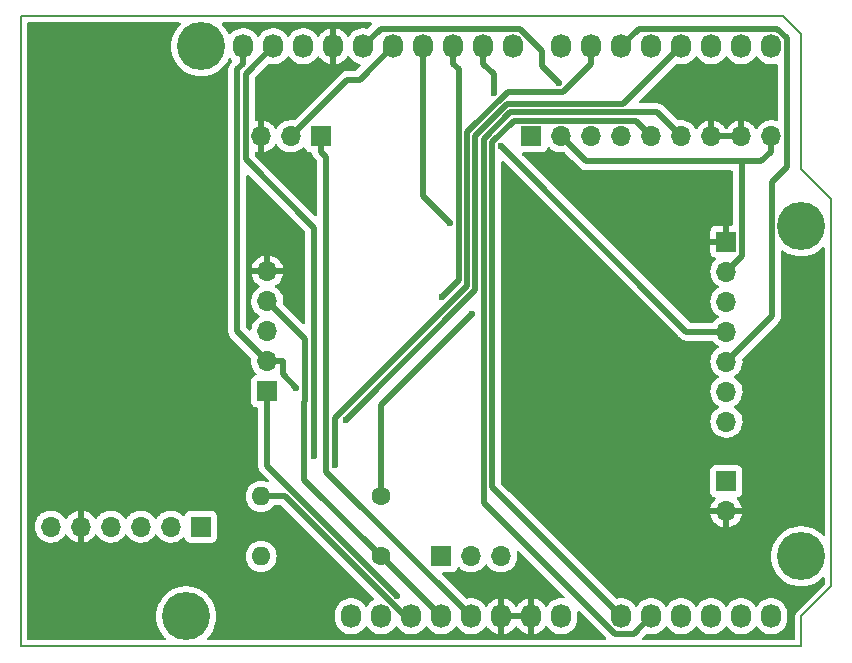
<source format=gbr>
%TF.GenerationSoftware,KiCad,Pcbnew,(6.0.5-0)*%
%TF.CreationDate,2022-05-16T16:36:17+09:00*%
%TF.ProjectId,esp32_internet_radio_v4,65737033-325f-4696-9e74-65726e65745f,rev?*%
%TF.SameCoordinates,PX69db1f0PY7882d48*%
%TF.FileFunction,Copper,L2,Bot*%
%TF.FilePolarity,Positive*%
%FSLAX46Y46*%
G04 Gerber Fmt 4.6, Leading zero omitted, Abs format (unit mm)*
G04 Created by KiCad (PCBNEW (6.0.5-0)) date 2022-05-16 16:36:17*
%MOMM*%
%LPD*%
G01*
G04 APERTURE LIST*
%TA.AperFunction,Profile*%
%ADD10C,0.150000*%
%TD*%
%TA.AperFunction,ComponentPad*%
%ADD11O,1.727200X2.032000*%
%TD*%
%TA.AperFunction,ComponentPad*%
%ADD12C,4.064000*%
%TD*%
%TA.AperFunction,ComponentPad*%
%ADD13C,1.600000*%
%TD*%
%TA.AperFunction,ComponentPad*%
%ADD14O,1.600000X1.600000*%
%TD*%
%TA.AperFunction,ComponentPad*%
%ADD15R,1.700000X1.700000*%
%TD*%
%TA.AperFunction,ComponentPad*%
%ADD16O,1.700000X1.700000*%
%TD*%
%TA.AperFunction,ViaPad*%
%ADD17C,0.600000*%
%TD*%
%TA.AperFunction,Conductor*%
%ADD18C,0.500000*%
%TD*%
G04 APERTURE END LIST*
D10*
X68580000Y37846000D02*
X66040000Y40386000D01*
X66040000Y0D02*
X66040000Y2540000D01*
X66040000Y51816000D02*
X64516000Y53340000D01*
X66040000Y2540000D02*
X68580000Y5080000D01*
X0Y53340000D02*
X0Y0D01*
X68580000Y5080000D02*
X68580000Y37846000D01*
X0Y0D02*
X66040000Y0D01*
X64516000Y53340000D02*
X0Y53340000D01*
X66040000Y40386000D02*
X66040000Y51816000D01*
D11*
%TO.P,P1,1,Pin_1*%
%TO.N,ESPDUINO_IO0*%
X27940000Y2540000D03*
%TO.P,P1,2,Pin_2*%
%TO.N,/IOREF*%
X30480000Y2540000D03*
%TO.P,P1,3,Pin_3*%
%TO.N,RESET*%
X33020000Y2540000D03*
%TO.P,P1,4,Pin_4*%
%TO.N,ESPDUINO_3.3V*%
X35560000Y2540000D03*
%TO.P,P1,5,Pin_5*%
%TO.N,ESPDUINO_5V*%
X38100000Y2540000D03*
%TO.P,P1,6,Pin_6*%
%TO.N,ENCODER_GND*%
X40640000Y2540000D03*
%TO.P,P1,7,Pin_7*%
X43180000Y2540000D03*
%TO.P,P1,8,Pin_8*%
%TO.N,/Vin*%
X45720000Y2540000D03*
%TD*%
%TO.P,P2,1,Pin_1*%
%TO.N,ESPDUINO_IO2*%
X50800000Y2540000D03*
%TO.P,P2,2,Pin_2*%
%TO.N,ESPDUINO_IO4*%
X53340000Y2540000D03*
%TO.P,P2,3,Pin_3*%
%TO.N,ESPDUINO_IO36*%
X55880000Y2540000D03*
%TO.P,P2,4,Pin_4*%
%TO.N,ESPDUINO_IO34*%
X58420000Y2540000D03*
%TO.P,P2,5,Pin_5*%
%TO.N,ESPDUINO_IO38*%
X60960000Y2540000D03*
%TO.P,P2,6,Pin_6*%
%TO.N,ENCODER_DT*%
X63500000Y2540000D03*
%TD*%
%TO.P,P3,1,Pin_1*%
%TO.N,ENCODER_DT*%
X18796000Y50800000D03*
%TO.P,P3,2,Pin_2*%
%TO.N,ESPDUINO_IO38*%
X21336000Y50800000D03*
%TO.P,P3,3,Pin_3*%
%TO.N,/AREF*%
X23876000Y50800000D03*
%TO.P,P3,4,Pin_4*%
%TO.N,ENCODER_GND*%
X26416000Y50800000D03*
%TO.P,P3,5,Pin_5*%
%TO.N,ESPDUINO_IO18*%
X28956000Y50800000D03*
%TO.P,P3,6,Pin_6*%
%TO.N,ESPDUINO_IO19*%
X31496000Y50800000D03*
%TO.P,P3,7,Pin_7*%
%TO.N,ESPDUINO_IO23*%
X34036000Y50800000D03*
%TO.P,P3,8,Pin_8*%
%TO.N,ESPDUINO_IO5*%
X36576000Y50800000D03*
%TO.P,P3,9,Pin_9*%
%TO.N,ESPDUINO_IO13*%
X39116000Y50800000D03*
%TO.P,P3,10,Pin_10*%
%TO.N,ESPDUINO_IO12*%
X41656000Y50800000D03*
%TD*%
%TO.P,P4,1,Pin_1*%
%TO.N,ESPDUINO_IO14*%
X45720000Y50800000D03*
%TO.P,P4,2,Pin_2*%
%TO.N,ESPDUINO_IO27*%
X48260000Y50800000D03*
%TO.P,P4,3,Pin_3*%
%TO.N,ESPDUINO_IO16*%
X50800000Y50800000D03*
%TO.P,P4,4,Pin_4*%
%TO.N,ENCODER_SWITCH*%
X53340000Y50800000D03*
%TO.P,P4,5,Pin_5*%
%TO.N,ESPDUINO_IO25*%
X55880000Y50800000D03*
%TO.P,P4,6,Pin_6*%
%TO.N,ESPDUINO_IO26*%
X58420000Y50800000D03*
%TO.P,P4,7,Pin_7*%
%TO.N,ESPDUINO_TX*%
X60960000Y50800000D03*
%TO.P,P4,8,Pin_8*%
%TO.N,ESPDUINO_RX*%
X63500000Y50800000D03*
%TD*%
D12*
%TO.P,P5,1,Pin_1*%
%TO.N,unconnected-(P5-Pad1)*%
X13970000Y2540000D03*
%TD*%
%TO.P,P6,1,Pin_1*%
%TO.N,unconnected-(P6-Pad1)*%
X66040000Y7620000D03*
%TD*%
%TO.P,P7,1,Pin_1*%
%TO.N,unconnected-(P7-Pad1)*%
X15240000Y50800000D03*
%TD*%
%TO.P,P8,1,Pin_1*%
%TO.N,unconnected-(P8-Pad1)*%
X66040000Y35560000D03*
%TD*%
D13*
%TO.P,R1,1*%
%TO.N,ESPDUINO_3.3V*%
X30480000Y7620000D03*
D14*
%TO.P,R1,2*%
%TO.N,ESPDUINO_IO0*%
X20320000Y7620000D03*
%TD*%
D15*
%TO.P,J6,1,Pin_1*%
%TO.N,PCM5102_SCK*%
X15215000Y10135000D03*
D16*
%TO.P,J6,2,Pin_2*%
%TO.N,ESPDUINO_IO27*%
X12675000Y10135000D03*
%TO.P,J6,3,Pin_3*%
%TO.N,ESPDUINO_IO25*%
X10135000Y10135000D03*
%TO.P,J6,4,Pin_4*%
%TO.N,ESPDUINO_IO26*%
X7595000Y10135000D03*
%TO.P,J6,5,Pin_5*%
%TO.N,ENCODER_GND*%
X5055000Y10135000D03*
%TO.P,J6,6,Pin_6*%
%TO.N,ESPDUINO_3.3V*%
X2515000Y10135000D03*
%TD*%
D15*
%TO.P,J3,1,Pin_1*%
%TO.N,ENCODER_GND*%
X59715000Y34270000D03*
D16*
%TO.P,J3,2,Pin_2*%
%TO.N,ESPDUINO_3.3V*%
X59715000Y31730000D03*
%TO.P,J3,3,Pin_3*%
%TO.N,ESPDUINO_IO14*%
X59715000Y29190000D03*
%TO.P,J3,4,Pin_4*%
%TO.N,ESPDUINO_IO13*%
X59715000Y26650000D03*
%TO.P,J3,5,Pin_5*%
%TO.N,ESPDUINO_IO16*%
X59715000Y24110000D03*
%TO.P,J3,6,Pin_6*%
%TO.N,ESPDUINO_IO5*%
X59715000Y21570000D03*
%TO.P,J3,7,Pin_7*%
%TO.N,ST7789_BLK*%
X59715000Y19030000D03*
%TD*%
D13*
%TO.P,R2,1*%
%TO.N,ESPDUINO_3.3V*%
X30480000Y12700000D03*
D14*
%TO.P,R2,2*%
%TO.N,RESET*%
X20320000Y12700000D03*
%TD*%
D15*
%TO.P,J4,1,Pin_1*%
%TO.N,ESPDUINO_IO15*%
X35560000Y7620000D03*
D16*
%TO.P,J4,2,Pin_2*%
%TO.N,ESPDUINO_IO33*%
X38100000Y7620000D03*
%TO.P,J4,3,Pin_3*%
%TO.N,ESPDUINO_IO32*%
X40640000Y7620000D03*
%TD*%
D15*
%TO.P,J7,1,Pin_1*%
%TO.N,TFT_MISO*%
X43190000Y43180000D03*
D16*
%TO.P,J7,2,Pin_2*%
%TO.N,ESPDUINO_3.3V*%
X45730000Y43180000D03*
%TO.P,J7,3,Pin_3*%
%TO.N,ESPDUINO_IO18*%
X48270000Y43180000D03*
%TO.P,J7,4,Pin_4*%
%TO.N,ESPDUINO_IO23*%
X50810000Y43180000D03*
%TO.P,J7,5,Pin_5*%
%TO.N,ESPDUINO_IO2*%
X53350000Y43180000D03*
%TO.P,J7,6,Pin_6*%
%TO.N,ESPDUINO_IO4*%
X55890000Y43180000D03*
%TO.P,J7,7,Pin_7*%
%TO.N,ENCODER_GND*%
X58430000Y43180000D03*
%TO.P,J7,8,Pin_8*%
X60970000Y43180000D03*
%TO.P,J7,9,Pin_9*%
%TO.N,ESPDUINO_3.3V*%
X63510000Y43180000D03*
%TD*%
D15*
%TO.P,J1,1,Pin_1*%
%TO.N,ESPDUINO_IO36*%
X20840000Y21595000D03*
D16*
%TO.P,J1,2,Pin_2*%
%TO.N,ENCODER_DT*%
X20840000Y24135000D03*
%TO.P,J1,3,Pin_3*%
%TO.N,ENCODER_SWITCH*%
X20840000Y26675000D03*
%TO.P,J1,4,Pin_4*%
%TO.N,ESPDUINO_3.3V*%
X20840000Y29215000D03*
%TO.P,J1,5,Pin_5*%
%TO.N,ENCODER_GND*%
X20840000Y31755000D03*
%TD*%
D15*
%TO.P,J2,1,Pin_1*%
%TO.N,ESPDUINO_5V*%
X25385000Y43180000D03*
D16*
%TO.P,J2,2,Pin_2*%
%TO.N,ESPDUINO_IO19*%
X22845000Y43180000D03*
%TO.P,J2,3,Pin_3*%
%TO.N,ENCODER_GND*%
X20305000Y43180000D03*
%TD*%
D15*
%TO.P,J5,1,Pin_1*%
%TO.N,POWER_IN_5V_VCC*%
X59690000Y13970000D03*
D16*
%TO.P,J5,2,Pin_2*%
%TO.N,ENCODER_GND*%
X59690000Y11430000D03*
%TD*%
D17*
%TO.N,ENCODER_DT*%
X23288000Y21873700D03*
%TO.N,ESPDUINO_IO38*%
X24799500Y16112100D03*
%TO.N,ENCODER_GND*%
X5080000Y29210000D03*
X60960000Y48260000D03*
X41910000Y31750000D03*
X20320000Y2540000D03*
X24130000Y40640000D03*
X5080000Y45720000D03*
X17780000Y12700000D03*
X52070000Y35560000D03*
X5080000Y21590000D03*
X12700000Y41910000D03*
X43180000Y6350000D03*
X66040000Y16510000D03*
X3810000Y2540000D03*
X48260000Y21590000D03*
X50800000Y7620000D03*
X20320000Y35560000D03*
X12700000Y30480000D03*
X66040000Y21590000D03*
%TO.N,ESPDUINO_IO18*%
X45552800Y47706600D03*
%TO.N,ESPDUINO_IO23*%
X36313800Y35854600D03*
%TO.N,ESPDUINO_IO5*%
X35603600Y29542700D03*
%TO.N,ESPDUINO_IO13*%
X40017000Y46842400D03*
X40615700Y42347200D03*
%TO.N,ESPDUINO_IO27*%
X26592700Y15329500D03*
%TO.N,ESPDUINO_IO25*%
X27479500Y19192300D03*
%TO.N,ESPDUINO_3.3V*%
X38190700Y28157900D03*
%TO.N,ESPDUINO_IO36*%
X31821700Y4300400D03*
%TD*%
D18*
%TO.N,ESPDUINO_5V*%
X25385000Y43180000D02*
X25385000Y41879700D01*
X25842400Y41422300D02*
X25842400Y14797600D01*
X25385000Y41879700D02*
X25842400Y41422300D01*
X25842400Y14797600D02*
X38100000Y2540000D01*
%TO.N,ENCODER_DT*%
X18796000Y50800000D02*
X18796000Y49333700D01*
X20840000Y24135000D02*
X22140300Y24135000D01*
X22140300Y23021400D02*
X22140300Y24135000D01*
X18300400Y26674600D02*
X20840000Y24135000D01*
X18300400Y48838100D02*
X18300400Y26674600D01*
X23288000Y21873700D02*
X22140300Y23021400D01*
X18796000Y49333700D02*
X18300400Y48838100D01*
%TO.N,RESET*%
X20320000Y12700000D02*
X22361000Y12700000D01*
X32521000Y2540000D02*
X33020000Y2540000D01*
X22361000Y12700000D02*
X32521000Y2540000D01*
%TO.N,ESPDUINO_IO2*%
X50800000Y2540000D02*
X39865400Y13474600D01*
X41712600Y44505200D02*
X52024800Y44505200D01*
X52024800Y44505200D02*
X53350000Y43180000D01*
X39865400Y42658000D02*
X41712600Y44505200D01*
X39865400Y13474600D02*
X39865400Y42658000D01*
%TO.N,ESPDUINO_IO4*%
X53864500Y45205500D02*
X55890000Y43180000D01*
X51854900Y1054900D02*
X50264700Y1054900D01*
X39165100Y12154500D02*
X39165100Y42948200D01*
X41422400Y45205500D02*
X53864500Y45205500D01*
X50264700Y1054900D02*
X39165100Y12154500D01*
X39165100Y42948200D02*
X41422400Y45205500D01*
X53340000Y2540000D02*
X51854900Y1054900D01*
%TO.N,ESPDUINO_IO38*%
X24799400Y16112100D02*
X24799500Y16112100D01*
X19000700Y41232200D02*
X24799400Y35433500D01*
X19000700Y48464700D02*
X19000700Y41232200D01*
X24799400Y35433500D02*
X24799400Y16112100D01*
X21336000Y50800000D02*
X19000700Y48464700D01*
%TO.N,ESPDUINO_IO18*%
X42224400Y52287700D02*
X30443700Y52287700D01*
X45552800Y47706600D02*
X44135000Y49124400D01*
X44135000Y50377100D02*
X42224400Y52287700D01*
X30443700Y52287700D02*
X28956000Y50800000D01*
X44135000Y49124400D02*
X44135000Y50377100D01*
%TO.N,ESPDUINO_IO19*%
X27616100Y47951100D02*
X28647100Y47951100D01*
X28647100Y47951100D02*
X31496000Y50800000D01*
X22845000Y43180000D02*
X27616100Y47951100D01*
%TO.N,ESPDUINO_IO23*%
X34036000Y38132400D02*
X36313800Y35854600D01*
X34036000Y50800000D02*
X34036000Y38132400D01*
%TO.N,ESPDUINO_IO5*%
X37064200Y31003300D02*
X35603600Y29542700D01*
X37064200Y48845500D02*
X37064200Y31003300D01*
X36576000Y50800000D02*
X36576000Y49333700D01*
X36576000Y49333700D02*
X37064200Y48845500D01*
%TO.N,ESPDUINO_IO13*%
X39116000Y50800000D02*
X39116000Y49333700D01*
X39116000Y49333700D02*
X40017000Y48432700D01*
X56312900Y26650000D02*
X58414700Y26650000D01*
X59715000Y26650000D02*
X58414700Y26650000D01*
X40017000Y48432700D02*
X40017000Y46842400D01*
X40615700Y42347200D02*
X56312900Y26650000D01*
%TO.N,ESPDUINO_IO27*%
X45882500Y46956200D02*
X41192100Y46956200D01*
X48260000Y50800000D02*
X48260000Y49333700D01*
X41192100Y46956200D02*
X37764500Y43528600D01*
X48260000Y49333700D02*
X45882500Y46956200D01*
X26592700Y19366600D02*
X26592700Y15329500D01*
X37764400Y30538300D02*
X26592700Y19366600D01*
X37764500Y30538300D02*
X37764400Y30538300D01*
X37764500Y43528600D02*
X37764500Y30538300D01*
%TO.N,ESPDUINO_IO16*%
X59715000Y24110000D02*
X63555000Y27950000D01*
X64823700Y51495000D02*
X64027900Y52290800D01*
X63555000Y39334500D02*
X64823700Y40603200D01*
X52290800Y52290800D02*
X50800000Y50800000D01*
X64823700Y40603200D02*
X64823700Y51495000D01*
X64027900Y52290800D02*
X52290800Y52290800D01*
X63555000Y27950000D02*
X63555000Y39334500D01*
%TO.N,ESPDUINO_IO25*%
X50985900Y45905900D02*
X41132300Y45905900D01*
X38464800Y30177600D02*
X27479500Y19192300D01*
X38464800Y43238400D02*
X38464800Y30177600D01*
X55880000Y50800000D02*
X50985900Y45905900D01*
X41132300Y45905900D02*
X38464800Y43238400D01*
%TO.N,ESPDUINO_3.3V*%
X24061300Y20782000D02*
X24061300Y25993700D01*
X61017800Y41049300D02*
X61017800Y33032800D01*
X30480000Y7620000D02*
X23983300Y14116700D01*
X63510000Y41879700D02*
X62679600Y41049300D01*
X30480000Y20447200D02*
X38190700Y28157900D01*
X23983300Y20704000D02*
X24061300Y20782000D01*
X30480000Y7620000D02*
X35560000Y2540000D01*
X47860700Y41049300D02*
X45730000Y43180000D01*
X30480000Y12700000D02*
X30480000Y20447200D01*
X61017800Y41049300D02*
X47860700Y41049300D01*
X23983300Y14116700D02*
X23983300Y20704000D01*
X61017800Y33032800D02*
X59715000Y31730000D01*
X63510000Y43180000D02*
X63510000Y41879700D01*
X24061300Y25993700D02*
X20840000Y29215000D01*
X62679600Y41049300D02*
X61017800Y41049300D01*
%TO.N,ESPDUINO_IO36*%
X20840000Y21595000D02*
X20840000Y15282100D01*
X20840000Y15282100D02*
X31821700Y4300400D01*
%TD*%
%TA.AperFunction,Conductor*%
%TO.N,ENCODER_GND*%
G36*
X13441997Y52811498D02*
G01*
X13488490Y52757842D01*
X13498594Y52687568D01*
X13469100Y52622988D01*
X13460129Y52613650D01*
X13384394Y52542530D01*
X13180629Y52296221D01*
X13178505Y52292874D01*
X13178502Y52292870D01*
X13111830Y52187812D01*
X13009341Y52026315D01*
X13007657Y52022736D01*
X13007653Y52022729D01*
X12904875Y51804313D01*
X12873233Y51737070D01*
X12872007Y51733298D01*
X12872007Y51733297D01*
X12870107Y51727449D01*
X12774449Y51433046D01*
X12714549Y51119039D01*
X12694477Y50800000D01*
X12714549Y50480961D01*
X12774449Y50166954D01*
X12775676Y50163178D01*
X12870201Y49872263D01*
X12873233Y49862930D01*
X12874920Y49859344D01*
X12874922Y49859340D01*
X13007653Y49577271D01*
X13007657Y49577264D01*
X13009341Y49573685D01*
X13011465Y49570339D01*
X13011465Y49570338D01*
X13176830Y49309766D01*
X13180629Y49303779D01*
X13271812Y49193558D01*
X13368682Y49076463D01*
X13384394Y49057470D01*
X13617423Y48838641D01*
X13620625Y48836314D01*
X13620627Y48836313D01*
X13686857Y48788194D01*
X13876041Y48650744D01*
X13879510Y48648837D01*
X13879513Y48648835D01*
X14139489Y48505912D01*
X14156169Y48496742D01*
X14283543Y48446311D01*
X14449707Y48380522D01*
X14449710Y48380521D01*
X14453390Y48379064D01*
X14457224Y48378080D01*
X14457232Y48378077D01*
X14591337Y48343645D01*
X14763017Y48299565D01*
X14766945Y48299069D01*
X14766949Y48299068D01*
X14892642Y48283190D01*
X15080165Y48259500D01*
X15399835Y48259500D01*
X15587358Y48283190D01*
X15713051Y48299068D01*
X15713055Y48299069D01*
X15716983Y48299565D01*
X15888663Y48343645D01*
X16022768Y48378077D01*
X16022776Y48378080D01*
X16026610Y48379064D01*
X16030290Y48380521D01*
X16030293Y48380522D01*
X16196457Y48446311D01*
X16323831Y48496742D01*
X16340512Y48505912D01*
X16600487Y48648835D01*
X16600490Y48648837D01*
X16603959Y48650744D01*
X16793143Y48788194D01*
X16859373Y48836313D01*
X16859375Y48836314D01*
X16862577Y48838641D01*
X17095606Y49057470D01*
X17111319Y49076463D01*
X17208188Y49193558D01*
X17299371Y49303779D01*
X17303171Y49309766D01*
X17468535Y49570338D01*
X17468535Y49570339D01*
X17470659Y49573685D01*
X17472343Y49577264D01*
X17472347Y49577271D01*
X17542177Y49725668D01*
X17589280Y49778789D01*
X17657625Y49798012D01*
X17725512Y49777233D01*
X17747355Y49758992D01*
X17858309Y49642682D01*
X17890856Y49579585D01*
X17884124Y49508908D01*
X17856234Y49466615D01*
X17811489Y49421870D01*
X17797077Y49409484D01*
X17785482Y49400951D01*
X17785477Y49400946D01*
X17779582Y49396608D01*
X17774843Y49391030D01*
X17774840Y49391027D01*
X17745365Y49356332D01*
X17738435Y49348816D01*
X17732740Y49343121D01*
X17730460Y49340239D01*
X17715119Y49320849D01*
X17712328Y49317445D01*
X17672373Y49270415D01*
X17665067Y49261815D01*
X17661739Y49255299D01*
X17658372Y49250250D01*
X17655205Y49245121D01*
X17650666Y49239384D01*
X17619745Y49173225D01*
X17617842Y49169331D01*
X17584631Y49104292D01*
X17582892Y49097184D01*
X17580793Y49091541D01*
X17578876Y49085778D01*
X17575778Y49079150D01*
X17563721Y49021181D01*
X17560914Y49007688D01*
X17559944Y49003404D01*
X17542592Y48932490D01*
X17541900Y48921336D01*
X17541864Y48921338D01*
X17541625Y48917345D01*
X17541251Y48913153D01*
X17539760Y48905985D01*
X17540198Y48889793D01*
X17541854Y48828579D01*
X17541900Y48825172D01*
X17541900Y26741670D01*
X17540467Y26722720D01*
X17537201Y26701251D01*
X17537794Y26693959D01*
X17537794Y26693956D01*
X17541485Y26648582D01*
X17541900Y26638367D01*
X17541900Y26630307D01*
X17542325Y26626663D01*
X17545189Y26602093D01*
X17545622Y26597718D01*
X17550458Y26538267D01*
X17551540Y26524963D01*
X17553796Y26517999D01*
X17554987Y26512040D01*
X17556371Y26506185D01*
X17557218Y26498919D01*
X17582135Y26430273D01*
X17583552Y26426145D01*
X17597861Y26381977D01*
X17606049Y26356701D01*
X17609845Y26350446D01*
X17612351Y26344972D01*
X17615070Y26339542D01*
X17617567Y26332663D01*
X17621580Y26326543D01*
X17621580Y26326542D01*
X17657586Y26271624D01*
X17659923Y26267920D01*
X17697805Y26205493D01*
X17701521Y26201285D01*
X17701522Y26201284D01*
X17705203Y26197116D01*
X17705176Y26197092D01*
X17707829Y26194100D01*
X17710532Y26190867D01*
X17714544Y26184748D01*
X17719856Y26179716D01*
X17770783Y26131472D01*
X17773225Y26129094D01*
X19459449Y24442870D01*
X19493475Y24380558D01*
X19495641Y24340387D01*
X19477251Y24168305D01*
X19477548Y24163152D01*
X19477548Y24163149D01*
X19489812Y23950453D01*
X19490110Y23945285D01*
X19491247Y23940239D01*
X19491248Y23940233D01*
X19515304Y23833492D01*
X19539222Y23727361D01*
X19623266Y23520384D01*
X19625965Y23515980D01*
X19720944Y23360988D01*
X19739987Y23329912D01*
X19886250Y23161062D01*
X19890230Y23157758D01*
X19894981Y23153813D01*
X19934616Y23094910D01*
X19936113Y23023929D01*
X19898997Y22963407D01*
X19858724Y22938888D01*
X19743295Y22895615D01*
X19626739Y22808261D01*
X19539385Y22691705D01*
X19488255Y22555316D01*
X19481500Y22493134D01*
X19481500Y20696866D01*
X19488255Y20634684D01*
X19539385Y20498295D01*
X19626739Y20381739D01*
X19743295Y20294385D01*
X19879684Y20243255D01*
X19941866Y20236500D01*
X19955500Y20236500D01*
X20023621Y20216498D01*
X20070114Y20162842D01*
X20081500Y20110500D01*
X20081500Y15349170D01*
X20080067Y15330220D01*
X20078356Y15318971D01*
X20076801Y15308751D01*
X20077394Y15301459D01*
X20077394Y15301456D01*
X20081085Y15256082D01*
X20081500Y15245867D01*
X20081500Y15237807D01*
X20081925Y15234163D01*
X20084789Y15209593D01*
X20085222Y15205218D01*
X20091140Y15132463D01*
X20093396Y15125499D01*
X20094587Y15119540D01*
X20095971Y15113685D01*
X20096818Y15106419D01*
X20121735Y15037773D01*
X20123152Y15033645D01*
X20145649Y14964201D01*
X20149445Y14957946D01*
X20151951Y14952472D01*
X20154670Y14947042D01*
X20157167Y14940163D01*
X20161180Y14934043D01*
X20161180Y14934042D01*
X20197186Y14879124D01*
X20199523Y14875420D01*
X20237405Y14812993D01*
X20241121Y14808785D01*
X20241122Y14808784D01*
X20244803Y14804616D01*
X20244776Y14804592D01*
X20247429Y14801600D01*
X20250132Y14798367D01*
X20254144Y14792248D01*
X20291384Y14756970D01*
X20310383Y14738972D01*
X20312825Y14736594D01*
X20912070Y14137349D01*
X20946096Y14075037D01*
X20941031Y14004222D01*
X20898484Y13947386D01*
X20831964Y13922575D01*
X20780151Y13932146D01*
X20779398Y13930078D01*
X20774225Y13931961D01*
X20769243Y13934284D01*
X20763935Y13935706D01*
X20763933Y13935707D01*
X20553402Y13992119D01*
X20553400Y13992119D01*
X20548087Y13993543D01*
X20320000Y14013498D01*
X20091913Y13993543D01*
X20086600Y13992119D01*
X20086598Y13992119D01*
X19876067Y13935707D01*
X19876065Y13935706D01*
X19870757Y13934284D01*
X19865776Y13931961D01*
X19865775Y13931961D01*
X19668238Y13839849D01*
X19668233Y13839846D01*
X19663251Y13837523D01*
X19586970Y13784110D01*
X19480211Y13709357D01*
X19480208Y13709355D01*
X19475700Y13706198D01*
X19313802Y13544300D01*
X19182477Y13356749D01*
X19180154Y13351767D01*
X19180151Y13351762D01*
X19088039Y13154225D01*
X19085716Y13149243D01*
X19084294Y13143935D01*
X19084293Y13143933D01*
X19050426Y13017540D01*
X19026457Y12928087D01*
X19006502Y12700000D01*
X19026457Y12471913D01*
X19027881Y12466600D01*
X19027881Y12466598D01*
X19040303Y12420241D01*
X19085716Y12250757D01*
X19088039Y12245776D01*
X19088039Y12245775D01*
X19180151Y12048238D01*
X19180154Y12048233D01*
X19182477Y12043251D01*
X19227593Y11978819D01*
X19307903Y11864125D01*
X19313802Y11855700D01*
X19475700Y11693802D01*
X19480208Y11690645D01*
X19480211Y11690643D01*
X19558389Y11635902D01*
X19663251Y11562477D01*
X19668233Y11560154D01*
X19668238Y11560151D01*
X19865775Y11468039D01*
X19870757Y11465716D01*
X19876065Y11464294D01*
X19876067Y11464293D01*
X20086598Y11407881D01*
X20086600Y11407881D01*
X20091913Y11406457D01*
X20320000Y11386502D01*
X20548087Y11406457D01*
X20553400Y11407881D01*
X20553402Y11407881D01*
X20763933Y11464293D01*
X20763935Y11464294D01*
X20769243Y11465716D01*
X20774225Y11468039D01*
X20971762Y11560151D01*
X20971767Y11560154D01*
X20976749Y11562477D01*
X21081611Y11635902D01*
X21159789Y11690643D01*
X21159792Y11690645D01*
X21164300Y11693802D01*
X21326198Y11855700D01*
X21348655Y11887771D01*
X21404110Y11932099D01*
X21451867Y11941500D01*
X21994629Y11941500D01*
X22062750Y11921498D01*
X22083724Y11904595D01*
X29875392Y4112927D01*
X29909418Y4050615D01*
X29904353Y3979800D01*
X29861806Y3922964D01*
X29851663Y3916114D01*
X29673209Y3807824D01*
X29673200Y3807818D01*
X29668641Y3805051D01*
X29664611Y3801554D01*
X29570075Y3719520D01*
X29492770Y3652439D01*
X29489387Y3648313D01*
X29489383Y3648309D01*
X29416262Y3559131D01*
X29345128Y3472376D01*
X29342490Y3467741D01*
X29342487Y3467737D01*
X29319155Y3426748D01*
X29268073Y3377442D01*
X29198442Y3363580D01*
X29132371Y3389563D01*
X29105133Y3418713D01*
X29016388Y3550530D01*
X29013196Y3555272D01*
X28852468Y3723758D01*
X28665650Y3862754D01*
X28538574Y3927363D01*
X28462842Y3965867D01*
X28462841Y3965867D01*
X28458084Y3968286D01*
X28325621Y4009417D01*
X28240807Y4035753D01*
X28240801Y4035754D01*
X28235704Y4037337D01*
X28090714Y4056554D01*
X28010152Y4067232D01*
X28010148Y4067232D01*
X28004868Y4067932D01*
X27999538Y4067732D01*
X27999537Y4067732D01*
X27888523Y4063565D01*
X27772178Y4059197D01*
X27747167Y4053949D01*
X27549514Y4012477D01*
X27549511Y4012476D01*
X27544287Y4011380D01*
X27327710Y3925850D01*
X27128641Y3805051D01*
X27124611Y3801554D01*
X27030075Y3719520D01*
X26952770Y3652439D01*
X26949387Y3648313D01*
X26949383Y3648309D01*
X26876262Y3559131D01*
X26805128Y3472376D01*
X26802490Y3467741D01*
X26802487Y3467737D01*
X26739589Y3357240D01*
X26689935Y3270011D01*
X26688114Y3264995D01*
X26688112Y3264990D01*
X26646302Y3149806D01*
X26610485Y3051131D01*
X26569050Y2821993D01*
X26568855Y2817854D01*
X26568854Y2817847D01*
X26567970Y2799095D01*
X26567900Y2797606D01*
X26567900Y2329132D01*
X26582626Y2155580D01*
X26583964Y2150423D01*
X26583965Y2150420D01*
X26616816Y2023854D01*
X26641125Y1930194D01*
X26643317Y1925328D01*
X26643318Y1925325D01*
X26651594Y1906954D01*
X26736762Y1717887D01*
X26866804Y1524728D01*
X27027532Y1356242D01*
X27214350Y1217246D01*
X27219102Y1214830D01*
X27416244Y1114598D01*
X27421916Y1111714D01*
X27533106Y1077188D01*
X27639193Y1044247D01*
X27639199Y1044246D01*
X27644296Y1042663D01*
X27768660Y1026180D01*
X27869848Y1012768D01*
X27869852Y1012768D01*
X27875132Y1012068D01*
X27880462Y1012268D01*
X27880463Y1012268D01*
X27991477Y1016436D01*
X28107822Y1020803D01*
X28212005Y1042663D01*
X28330486Y1067523D01*
X28330489Y1067524D01*
X28335713Y1068620D01*
X28552290Y1154150D01*
X28751359Y1274949D01*
X28755855Y1278850D01*
X28923197Y1424061D01*
X28923199Y1424063D01*
X28927230Y1427561D01*
X28930613Y1431687D01*
X28930617Y1431691D01*
X29029776Y1552626D01*
X29074872Y1607624D01*
X29077672Y1612542D01*
X29100845Y1653252D01*
X29151927Y1702558D01*
X29221558Y1716420D01*
X29287629Y1690437D01*
X29314867Y1661287D01*
X29406804Y1524728D01*
X29567532Y1356242D01*
X29754350Y1217246D01*
X29759102Y1214830D01*
X29956244Y1114598D01*
X29961916Y1111714D01*
X30073106Y1077188D01*
X30179193Y1044247D01*
X30179199Y1044246D01*
X30184296Y1042663D01*
X30308660Y1026180D01*
X30409848Y1012768D01*
X30409852Y1012768D01*
X30415132Y1012068D01*
X30420462Y1012268D01*
X30420463Y1012268D01*
X30531477Y1016436D01*
X30647822Y1020803D01*
X30752005Y1042663D01*
X30870486Y1067523D01*
X30870489Y1067524D01*
X30875713Y1068620D01*
X31092290Y1154150D01*
X31291359Y1274949D01*
X31295855Y1278850D01*
X31463197Y1424061D01*
X31463199Y1424063D01*
X31467230Y1427561D01*
X31470613Y1431687D01*
X31470617Y1431691D01*
X31569776Y1552626D01*
X31614872Y1607624D01*
X31617672Y1612542D01*
X31640845Y1653252D01*
X31691927Y1702558D01*
X31761558Y1716420D01*
X31827629Y1690437D01*
X31854867Y1661287D01*
X31946804Y1524728D01*
X32107532Y1356242D01*
X32294350Y1217246D01*
X32299102Y1214830D01*
X32496244Y1114598D01*
X32501916Y1111714D01*
X32613106Y1077188D01*
X32719193Y1044247D01*
X32719199Y1044246D01*
X32724296Y1042663D01*
X32848660Y1026180D01*
X32949848Y1012768D01*
X32949852Y1012768D01*
X32955132Y1012068D01*
X32960462Y1012268D01*
X32960463Y1012268D01*
X33071477Y1016436D01*
X33187822Y1020803D01*
X33292005Y1042663D01*
X33410486Y1067523D01*
X33410489Y1067524D01*
X33415713Y1068620D01*
X33632290Y1154150D01*
X33831359Y1274949D01*
X33835855Y1278850D01*
X34003197Y1424061D01*
X34003199Y1424063D01*
X34007230Y1427561D01*
X34010613Y1431687D01*
X34010617Y1431691D01*
X34109776Y1552626D01*
X34154872Y1607624D01*
X34157672Y1612542D01*
X34180845Y1653252D01*
X34231927Y1702558D01*
X34301558Y1716420D01*
X34367629Y1690437D01*
X34394867Y1661287D01*
X34486804Y1524728D01*
X34647532Y1356242D01*
X34834350Y1217246D01*
X34839102Y1214830D01*
X35036244Y1114598D01*
X35041916Y1111714D01*
X35153106Y1077188D01*
X35259193Y1044247D01*
X35259199Y1044246D01*
X35264296Y1042663D01*
X35388660Y1026180D01*
X35489848Y1012768D01*
X35489852Y1012768D01*
X35495132Y1012068D01*
X35500462Y1012268D01*
X35500463Y1012268D01*
X35611477Y1016436D01*
X35727822Y1020803D01*
X35832005Y1042663D01*
X35950486Y1067523D01*
X35950489Y1067524D01*
X35955713Y1068620D01*
X36172290Y1154150D01*
X36371359Y1274949D01*
X36375855Y1278850D01*
X36543197Y1424061D01*
X36543199Y1424063D01*
X36547230Y1427561D01*
X36550613Y1431687D01*
X36550617Y1431691D01*
X36649776Y1552626D01*
X36694872Y1607624D01*
X36697672Y1612542D01*
X36720845Y1653252D01*
X36771927Y1702558D01*
X36841558Y1716420D01*
X36907629Y1690437D01*
X36934867Y1661287D01*
X37026804Y1524728D01*
X37187532Y1356242D01*
X37374350Y1217246D01*
X37379102Y1214830D01*
X37576244Y1114598D01*
X37581916Y1111714D01*
X37693106Y1077188D01*
X37799193Y1044247D01*
X37799199Y1044246D01*
X37804296Y1042663D01*
X37928660Y1026180D01*
X38029848Y1012768D01*
X38029852Y1012768D01*
X38035132Y1012068D01*
X38040462Y1012268D01*
X38040463Y1012268D01*
X38151477Y1016436D01*
X38267822Y1020803D01*
X38372005Y1042663D01*
X38490486Y1067523D01*
X38490489Y1067524D01*
X38495713Y1068620D01*
X38712290Y1154150D01*
X38911359Y1274949D01*
X38915855Y1278850D01*
X39083197Y1424061D01*
X39083199Y1424063D01*
X39087230Y1427561D01*
X39090613Y1431687D01*
X39090617Y1431691D01*
X39189776Y1552626D01*
X39234872Y1607624D01*
X39261122Y1653739D01*
X39312202Y1703044D01*
X39381832Y1716906D01*
X39447904Y1690923D01*
X39475143Y1661773D01*
X39564215Y1529470D01*
X39570876Y1521184D01*
X39724180Y1360480D01*
X39732148Y1353431D01*
X39910336Y1220856D01*
X39919366Y1215257D01*
X40117347Y1114598D01*
X40127208Y1110595D01*
X40339301Y1044737D01*
X40349696Y1042452D01*
X40368041Y1040020D01*
X40382208Y1042217D01*
X40386000Y1055401D01*
X40386000Y1057512D01*
X40894000Y1057512D01*
X40897973Y1043981D01*
X40908580Y1042456D01*
X41030343Y1068004D01*
X41040539Y1071064D01*
X41247097Y1152637D01*
X41256634Y1157371D01*
X41446503Y1272586D01*
X41455093Y1278850D01*
X41622837Y1424411D01*
X41630257Y1432041D01*
X41771073Y1603780D01*
X41777095Y1612542D01*
X41800810Y1654202D01*
X41851893Y1703508D01*
X41921524Y1717369D01*
X41987594Y1691385D01*
X42014832Y1662236D01*
X42104215Y1529469D01*
X42110876Y1521184D01*
X42264180Y1360480D01*
X42272148Y1353431D01*
X42450336Y1220856D01*
X42459366Y1215257D01*
X42657347Y1114598D01*
X42667208Y1110595D01*
X42879301Y1044737D01*
X42889696Y1042452D01*
X42908041Y1040020D01*
X42922208Y1042217D01*
X42926000Y1055401D01*
X42926000Y2267885D01*
X42921525Y2283124D01*
X42920135Y2284329D01*
X42912452Y2286000D01*
X40912115Y2286000D01*
X40896876Y2281525D01*
X40895671Y2280135D01*
X40894000Y2272452D01*
X40894000Y1057512D01*
X40386000Y1057512D01*
X40386000Y2812115D01*
X40894000Y2812115D01*
X40898475Y2796876D01*
X40899865Y2795671D01*
X40907548Y2794000D01*
X42907885Y2794000D01*
X42923124Y2798475D01*
X42924329Y2799865D01*
X42926000Y2807548D01*
X42926000Y4022488D01*
X42922027Y4036019D01*
X42911420Y4037544D01*
X42789657Y4011996D01*
X42779461Y4008936D01*
X42572903Y3927363D01*
X42563366Y3922629D01*
X42373497Y3807414D01*
X42364907Y3801150D01*
X42197163Y3655589D01*
X42189743Y3647959D01*
X42048927Y3476220D01*
X42042905Y3467458D01*
X42019190Y3425798D01*
X41968107Y3376492D01*
X41898476Y3362631D01*
X41832406Y3388615D01*
X41805168Y3417764D01*
X41715785Y3550531D01*
X41709124Y3558816D01*
X41555820Y3719520D01*
X41547852Y3726569D01*
X41369664Y3859144D01*
X41360634Y3864743D01*
X41162653Y3965402D01*
X41152792Y3969405D01*
X40940699Y4035263D01*
X40930304Y4037548D01*
X40911959Y4039980D01*
X40897792Y4037783D01*
X40894000Y4024599D01*
X40894000Y2812115D01*
X40386000Y2812115D01*
X40386000Y4022488D01*
X40382027Y4036019D01*
X40371420Y4037544D01*
X40249657Y4011996D01*
X40239461Y4008936D01*
X40032903Y3927363D01*
X40023366Y3922629D01*
X39833497Y3807414D01*
X39824907Y3801150D01*
X39657163Y3655589D01*
X39649743Y3647959D01*
X39508927Y3476220D01*
X39502898Y3467449D01*
X39479467Y3426285D01*
X39428385Y3376978D01*
X39358755Y3363116D01*
X39292684Y3389099D01*
X39265445Y3418249D01*
X39229005Y3472376D01*
X39173196Y3555272D01*
X39012468Y3723758D01*
X38825650Y3862754D01*
X38698574Y3927363D01*
X38622842Y3965867D01*
X38622841Y3965867D01*
X38618084Y3968286D01*
X38485621Y4009417D01*
X38400807Y4035753D01*
X38400801Y4035754D01*
X38395704Y4037337D01*
X38250714Y4056554D01*
X38170152Y4067232D01*
X38170148Y4067232D01*
X38164868Y4067932D01*
X38159538Y4067732D01*
X38159537Y4067732D01*
X38048523Y4063565D01*
X37932178Y4059197D01*
X37907167Y4053949D01*
X37768563Y4024867D01*
X37697787Y4030454D01*
X37653594Y4059087D01*
X35666276Y6046405D01*
X35632250Y6108717D01*
X35637315Y6179532D01*
X35679862Y6236368D01*
X35746382Y6261179D01*
X35755371Y6261500D01*
X36458134Y6261500D01*
X36520316Y6268255D01*
X36656705Y6319385D01*
X36773261Y6406739D01*
X36860615Y6523295D01*
X36882799Y6582471D01*
X36904598Y6640618D01*
X36947240Y6697382D01*
X37013802Y6722082D01*
X37083150Y6706874D01*
X37117817Y6678886D01*
X37146250Y6646062D01*
X37318126Y6503368D01*
X37511000Y6390662D01*
X37515825Y6388820D01*
X37515826Y6388819D01*
X37588612Y6361025D01*
X37719692Y6310970D01*
X37724760Y6309939D01*
X37724763Y6309938D01*
X37832017Y6288117D01*
X37938597Y6266433D01*
X37943772Y6266243D01*
X37943774Y6266243D01*
X38156673Y6258436D01*
X38156677Y6258436D01*
X38161837Y6258247D01*
X38166957Y6258903D01*
X38166959Y6258903D01*
X38378288Y6285975D01*
X38378289Y6285975D01*
X38383416Y6286632D01*
X38449646Y6306502D01*
X38592429Y6349339D01*
X38592434Y6349341D01*
X38597384Y6350826D01*
X38797994Y6449104D01*
X38979860Y6578827D01*
X39011788Y6610643D01*
X39134435Y6732863D01*
X39138096Y6736511D01*
X39169498Y6780211D01*
X39268453Y6917923D01*
X39269776Y6916972D01*
X39316645Y6960143D01*
X39386580Y6972375D01*
X39452026Y6944856D01*
X39479875Y6913006D01*
X39539987Y6814912D01*
X39686250Y6646062D01*
X39858126Y6503368D01*
X40051000Y6390662D01*
X40055825Y6388820D01*
X40055826Y6388819D01*
X40128612Y6361025D01*
X40259692Y6310970D01*
X40264760Y6309939D01*
X40264763Y6309938D01*
X40372017Y6288117D01*
X40478597Y6266433D01*
X40483772Y6266243D01*
X40483774Y6266243D01*
X40696673Y6258436D01*
X40696677Y6258436D01*
X40701837Y6258247D01*
X40706957Y6258903D01*
X40706959Y6258903D01*
X40918288Y6285975D01*
X40918289Y6285975D01*
X40923416Y6286632D01*
X40989646Y6306502D01*
X41132429Y6349339D01*
X41132434Y6349341D01*
X41137384Y6350826D01*
X41337994Y6449104D01*
X41519860Y6578827D01*
X41551788Y6610643D01*
X41674435Y6732863D01*
X41678096Y6736511D01*
X41709498Y6780211D01*
X41805435Y6913723D01*
X41808453Y6917923D01*
X41828628Y6958743D01*
X41905136Y7113547D01*
X41905137Y7113549D01*
X41907430Y7118189D01*
X41972370Y7331931D01*
X42001529Y7553410D01*
X42003022Y7614525D01*
X42003074Y7616635D01*
X42003074Y7616639D01*
X42003156Y7620000D01*
X41984852Y7842639D01*
X41961634Y7935076D01*
X41955220Y7960610D01*
X41958024Y8031551D01*
X41998737Y8089714D01*
X42064432Y8116633D01*
X42134252Y8103762D01*
X42166519Y8080400D01*
X45976362Y4270557D01*
X46010388Y4208245D01*
X46005323Y4137430D01*
X45962776Y4080594D01*
X45896256Y4055783D01*
X45870715Y4056554D01*
X45819122Y4063392D01*
X45790151Y4067232D01*
X45790149Y4067232D01*
X45784868Y4067932D01*
X45779538Y4067732D01*
X45779537Y4067732D01*
X45668523Y4063565D01*
X45552178Y4059197D01*
X45527167Y4053949D01*
X45329514Y4012477D01*
X45329511Y4012476D01*
X45324287Y4011380D01*
X45107710Y3925850D01*
X44908641Y3805051D01*
X44904611Y3801554D01*
X44810075Y3719520D01*
X44732770Y3652439D01*
X44729387Y3648313D01*
X44729383Y3648309D01*
X44656262Y3559131D01*
X44585128Y3472376D01*
X44558878Y3426261D01*
X44507798Y3376956D01*
X44438168Y3363094D01*
X44372096Y3389077D01*
X44344857Y3418227D01*
X44255785Y3550530D01*
X44249124Y3558816D01*
X44095820Y3719520D01*
X44087852Y3726569D01*
X43909664Y3859144D01*
X43900634Y3864743D01*
X43702653Y3965402D01*
X43692792Y3969405D01*
X43480699Y4035263D01*
X43470304Y4037548D01*
X43451959Y4039980D01*
X43437792Y4037783D01*
X43434000Y4024599D01*
X43434000Y1057512D01*
X43437973Y1043981D01*
X43448580Y1042456D01*
X43570343Y1068004D01*
X43580539Y1071064D01*
X43787097Y1152637D01*
X43796634Y1157371D01*
X43986503Y1272586D01*
X43995093Y1278850D01*
X44162837Y1424411D01*
X44170257Y1432041D01*
X44311073Y1603780D01*
X44317102Y1612551D01*
X44340533Y1653715D01*
X44391615Y1703022D01*
X44461245Y1716884D01*
X44527316Y1690901D01*
X44554555Y1661751D01*
X44646804Y1524728D01*
X44807532Y1356242D01*
X44994350Y1217246D01*
X44999102Y1214830D01*
X45196244Y1114598D01*
X45201916Y1111714D01*
X45313106Y1077188D01*
X45419193Y1044247D01*
X45419199Y1044246D01*
X45424296Y1042663D01*
X45548660Y1026180D01*
X45649848Y1012768D01*
X45649852Y1012768D01*
X45655132Y1012068D01*
X45660462Y1012268D01*
X45660463Y1012268D01*
X45771477Y1016436D01*
X45887822Y1020803D01*
X45992005Y1042663D01*
X46110486Y1067523D01*
X46110489Y1067524D01*
X46115713Y1068620D01*
X46332290Y1154150D01*
X46531359Y1274949D01*
X46535855Y1278850D01*
X46703197Y1424061D01*
X46703199Y1424063D01*
X46707230Y1427561D01*
X46710613Y1431687D01*
X46710617Y1431691D01*
X46809776Y1552626D01*
X46854872Y1607624D01*
X46857672Y1612542D01*
X46967422Y1805346D01*
X46970065Y1809989D01*
X46990239Y1865565D01*
X47047695Y2023854D01*
X47047696Y2023858D01*
X47049515Y2028869D01*
X47090950Y2258007D01*
X47091632Y2272452D01*
X47092030Y2280905D01*
X47092030Y2280914D01*
X47092100Y2282394D01*
X47092100Y2750868D01*
X47083796Y2848732D01*
X47097967Y2918299D01*
X47147500Y2969162D01*
X47216668Y2985171D01*
X47283511Y2961244D01*
X47298440Y2948479D01*
X49523324Y723595D01*
X49557350Y661283D01*
X49552285Y590468D01*
X49509738Y533632D01*
X49443218Y508821D01*
X49434229Y508500D01*
X15836124Y508500D01*
X15768003Y528502D01*
X15721510Y582158D01*
X15711406Y652432D01*
X15740900Y717012D01*
X15749871Y726350D01*
X15822715Y794755D01*
X15822716Y794756D01*
X15825606Y797470D01*
X16029371Y1043779D01*
X16038087Y1057512D01*
X16198535Y1310338D01*
X16198535Y1310339D01*
X16200659Y1313685D01*
X16202343Y1317264D01*
X16202347Y1317271D01*
X16335078Y1599340D01*
X16335080Y1599344D01*
X16336767Y1602930D01*
X16339800Y1612263D01*
X16434324Y1903178D01*
X16435551Y1906954D01*
X16495451Y2220961D01*
X16515523Y2540000D01*
X16495451Y2859039D01*
X16435551Y3173046D01*
X16339890Y3467458D01*
X16337993Y3473297D01*
X16337993Y3473298D01*
X16336767Y3477070D01*
X16335078Y3480660D01*
X16202347Y3762729D01*
X16202343Y3762736D01*
X16200659Y3766315D01*
X16137924Y3865170D01*
X16031498Y4032870D01*
X16031495Y4032874D01*
X16029371Y4036221D01*
X15825606Y4282530D01*
X15806577Y4300400D01*
X15696705Y4403576D01*
X15592577Y4501359D01*
X15333959Y4689256D01*
X15330487Y4691165D01*
X15057293Y4841355D01*
X15057290Y4841357D01*
X15053831Y4843258D01*
X14783527Y4950279D01*
X14760293Y4959478D01*
X14760290Y4959479D01*
X14756610Y4960936D01*
X14752776Y4961920D01*
X14752768Y4961923D01*
X14560847Y5011200D01*
X14446983Y5040435D01*
X14443055Y5040931D01*
X14443051Y5040932D01*
X14287423Y5060592D01*
X14129835Y5080500D01*
X13810165Y5080500D01*
X13652577Y5060592D01*
X13496949Y5040932D01*
X13496945Y5040931D01*
X13493017Y5040435D01*
X13379153Y5011200D01*
X13187232Y4961923D01*
X13187224Y4961920D01*
X13183390Y4960936D01*
X13179710Y4959479D01*
X13179707Y4959478D01*
X13156473Y4950279D01*
X12886169Y4843258D01*
X12882710Y4841357D01*
X12882707Y4841355D01*
X12609513Y4691165D01*
X12606041Y4689256D01*
X12347423Y4501359D01*
X12243295Y4403576D01*
X12133424Y4300400D01*
X12114394Y4282530D01*
X11910629Y4036221D01*
X11908505Y4032874D01*
X11908502Y4032870D01*
X11802076Y3865170D01*
X11739341Y3766315D01*
X11737657Y3762736D01*
X11737653Y3762729D01*
X11604922Y3480660D01*
X11603233Y3477070D01*
X11602007Y3473298D01*
X11602007Y3473297D01*
X11600110Y3467458D01*
X11504449Y3173046D01*
X11444549Y2859039D01*
X11424477Y2540000D01*
X11444549Y2220961D01*
X11504449Y1906954D01*
X11505676Y1903178D01*
X11600201Y1612263D01*
X11603233Y1602930D01*
X11604920Y1599344D01*
X11604922Y1599340D01*
X11737653Y1317271D01*
X11737657Y1317264D01*
X11739341Y1313685D01*
X11741465Y1310339D01*
X11741465Y1310338D01*
X11901914Y1057512D01*
X11910629Y1043779D01*
X12114394Y797470D01*
X12117284Y794756D01*
X12117285Y794755D01*
X12190129Y726350D01*
X12226094Y665137D01*
X12223256Y594197D01*
X12182516Y536053D01*
X12116808Y509165D01*
X12103876Y508500D01*
X634500Y508500D01*
X566379Y528502D01*
X519886Y582158D01*
X508500Y634500D01*
X508500Y7620000D01*
X19006502Y7620000D01*
X19026457Y7391913D01*
X19027881Y7386600D01*
X19027881Y7386598D01*
X19041155Y7337061D01*
X19085716Y7170757D01*
X19088039Y7165776D01*
X19088039Y7165775D01*
X19180151Y6968238D01*
X19180154Y6968233D01*
X19182477Y6963251D01*
X19210968Y6922562D01*
X19289078Y6811010D01*
X19313802Y6775700D01*
X19475700Y6613802D01*
X19480208Y6610645D01*
X19480211Y6610643D01*
X19520445Y6582471D01*
X19663251Y6482477D01*
X19668233Y6480154D01*
X19668238Y6480151D01*
X19865775Y6388039D01*
X19870757Y6385716D01*
X19876065Y6384294D01*
X19876067Y6384293D01*
X20086598Y6327881D01*
X20086600Y6327881D01*
X20091913Y6326457D01*
X20320000Y6306502D01*
X20548087Y6326457D01*
X20553400Y6327881D01*
X20553402Y6327881D01*
X20763933Y6384293D01*
X20763935Y6384294D01*
X20769243Y6385716D01*
X20774225Y6388039D01*
X20971762Y6480151D01*
X20971767Y6480154D01*
X20976749Y6482477D01*
X21119555Y6582471D01*
X21159789Y6610643D01*
X21159792Y6610645D01*
X21164300Y6613802D01*
X21326198Y6775700D01*
X21350923Y6811010D01*
X21429032Y6922562D01*
X21457523Y6963251D01*
X21459846Y6968233D01*
X21459849Y6968238D01*
X21551961Y7165775D01*
X21551961Y7165776D01*
X21554284Y7170757D01*
X21598846Y7337061D01*
X21612119Y7386598D01*
X21612119Y7386600D01*
X21613543Y7391913D01*
X21633498Y7620000D01*
X21613543Y7848087D01*
X21588127Y7942939D01*
X21555707Y8063933D01*
X21555706Y8063935D01*
X21554284Y8069243D01*
X21551961Y8074225D01*
X21459849Y8271762D01*
X21459846Y8271767D01*
X21457523Y8276749D01*
X21384098Y8381611D01*
X21329357Y8459789D01*
X21329355Y8459792D01*
X21326198Y8464300D01*
X21164300Y8626198D01*
X21159792Y8629355D01*
X21159789Y8629357D01*
X21024780Y8723891D01*
X20976749Y8757523D01*
X20971767Y8759846D01*
X20971762Y8759849D01*
X20774225Y8851961D01*
X20774224Y8851961D01*
X20769243Y8854284D01*
X20763935Y8855706D01*
X20763933Y8855707D01*
X20553402Y8912119D01*
X20553400Y8912119D01*
X20548087Y8913543D01*
X20320000Y8933498D01*
X20091913Y8913543D01*
X20086600Y8912119D01*
X20086598Y8912119D01*
X19876067Y8855707D01*
X19876065Y8855706D01*
X19870757Y8854284D01*
X19865776Y8851961D01*
X19865775Y8851961D01*
X19668238Y8759849D01*
X19668233Y8759846D01*
X19663251Y8757523D01*
X19615220Y8723891D01*
X19480211Y8629357D01*
X19480208Y8629355D01*
X19475700Y8626198D01*
X19313802Y8464300D01*
X19310645Y8459792D01*
X19310643Y8459789D01*
X19255902Y8381611D01*
X19182477Y8276749D01*
X19180154Y8271767D01*
X19180151Y8271762D01*
X19088039Y8074225D01*
X19085716Y8069243D01*
X19084294Y8063935D01*
X19084293Y8063933D01*
X19051873Y7942939D01*
X19026457Y7848087D01*
X19006502Y7620000D01*
X508500Y7620000D01*
X508500Y10168305D01*
X1152251Y10168305D01*
X1152548Y10163152D01*
X1152548Y10163149D01*
X1158011Y10068410D01*
X1165110Y9945285D01*
X1166247Y9940239D01*
X1166248Y9940233D01*
X1187275Y9846931D01*
X1214222Y9727361D01*
X1298266Y9520384D01*
X1335685Y9459322D01*
X1412291Y9334312D01*
X1414987Y9329912D01*
X1561250Y9161062D01*
X1733126Y9018368D01*
X1926000Y8905662D01*
X2134692Y8825970D01*
X2139760Y8824939D01*
X2139763Y8824938D01*
X2234862Y8805590D01*
X2353597Y8781433D01*
X2358772Y8781243D01*
X2358774Y8781243D01*
X2571673Y8773436D01*
X2571677Y8773436D01*
X2576837Y8773247D01*
X2581957Y8773903D01*
X2581959Y8773903D01*
X2793288Y8800975D01*
X2793289Y8800975D01*
X2798416Y8801632D01*
X2803366Y8803117D01*
X3007429Y8864339D01*
X3007434Y8864341D01*
X3012384Y8865826D01*
X3212994Y8964104D01*
X3394860Y9093827D01*
X3417333Y9116221D01*
X3489124Y9187762D01*
X3553096Y9251511D01*
X3612594Y9334311D01*
X3683453Y9432923D01*
X3684640Y9432070D01*
X3731960Y9475638D01*
X3801897Y9487855D01*
X3867338Y9460322D01*
X3895166Y9428489D01*
X3952694Y9334612D01*
X3958777Y9326301D01*
X4098213Y9165333D01*
X4105580Y9158117D01*
X4269434Y9022084D01*
X4277881Y9016169D01*
X4461756Y8908721D01*
X4471042Y8904271D01*
X4670001Y8828297D01*
X4679899Y8825421D01*
X4783250Y8804394D01*
X4797299Y8805590D01*
X4801000Y8815935D01*
X4801000Y8816483D01*
X5309000Y8816483D01*
X5313064Y8802641D01*
X5326478Y8800607D01*
X5333184Y8801466D01*
X5343262Y8803608D01*
X5547255Y8864809D01*
X5556842Y8868567D01*
X5748095Y8962261D01*
X5756945Y8967536D01*
X5930328Y9091208D01*
X5938200Y9097861D01*
X6089052Y9248188D01*
X6095730Y9256035D01*
X6223022Y9433181D01*
X6224279Y9432278D01*
X6271373Y9475638D01*
X6341311Y9487855D01*
X6406751Y9460322D01*
X6434579Y9428489D01*
X6494987Y9329912D01*
X6641250Y9161062D01*
X6813126Y9018368D01*
X7006000Y8905662D01*
X7214692Y8825970D01*
X7219760Y8824939D01*
X7219763Y8824938D01*
X7314862Y8805590D01*
X7433597Y8781433D01*
X7438772Y8781243D01*
X7438774Y8781243D01*
X7651673Y8773436D01*
X7651677Y8773436D01*
X7656837Y8773247D01*
X7661957Y8773903D01*
X7661959Y8773903D01*
X7873288Y8800975D01*
X7873289Y8800975D01*
X7878416Y8801632D01*
X7883366Y8803117D01*
X8087429Y8864339D01*
X8087434Y8864341D01*
X8092384Y8865826D01*
X8292994Y8964104D01*
X8474860Y9093827D01*
X8497333Y9116221D01*
X8569124Y9187762D01*
X8633096Y9251511D01*
X8692594Y9334311D01*
X8763453Y9432923D01*
X8764776Y9431972D01*
X8811645Y9475143D01*
X8881580Y9487375D01*
X8947026Y9459856D01*
X8974875Y9428006D01*
X9034987Y9329912D01*
X9181250Y9161062D01*
X9353126Y9018368D01*
X9546000Y8905662D01*
X9754692Y8825970D01*
X9759760Y8824939D01*
X9759763Y8824938D01*
X9854862Y8805590D01*
X9973597Y8781433D01*
X9978772Y8781243D01*
X9978774Y8781243D01*
X10191673Y8773436D01*
X10191677Y8773436D01*
X10196837Y8773247D01*
X10201957Y8773903D01*
X10201959Y8773903D01*
X10413288Y8800975D01*
X10413289Y8800975D01*
X10418416Y8801632D01*
X10423366Y8803117D01*
X10627429Y8864339D01*
X10627434Y8864341D01*
X10632384Y8865826D01*
X10832994Y8964104D01*
X11014860Y9093827D01*
X11037333Y9116221D01*
X11109124Y9187762D01*
X11173096Y9251511D01*
X11232594Y9334311D01*
X11303453Y9432923D01*
X11304776Y9431972D01*
X11351645Y9475143D01*
X11421580Y9487375D01*
X11487026Y9459856D01*
X11514875Y9428006D01*
X11574987Y9329912D01*
X11721250Y9161062D01*
X11893126Y9018368D01*
X12086000Y8905662D01*
X12294692Y8825970D01*
X12299760Y8824939D01*
X12299763Y8824938D01*
X12394862Y8805590D01*
X12513597Y8781433D01*
X12518772Y8781243D01*
X12518774Y8781243D01*
X12731673Y8773436D01*
X12731677Y8773436D01*
X12736837Y8773247D01*
X12741957Y8773903D01*
X12741959Y8773903D01*
X12953288Y8800975D01*
X12953289Y8800975D01*
X12958416Y8801632D01*
X12963366Y8803117D01*
X13167429Y8864339D01*
X13167434Y8864341D01*
X13172384Y8865826D01*
X13372994Y8964104D01*
X13554860Y9093827D01*
X13663091Y9201681D01*
X13725462Y9235596D01*
X13796268Y9230408D01*
X13853030Y9187762D01*
X13870012Y9156659D01*
X13885172Y9116221D01*
X13914385Y9038295D01*
X14001739Y8921739D01*
X14118295Y8834385D01*
X14254684Y8783255D01*
X14316866Y8776500D01*
X16113134Y8776500D01*
X16175316Y8783255D01*
X16311705Y8834385D01*
X16428261Y8921739D01*
X16515615Y9038295D01*
X16566745Y9174684D01*
X16573500Y9236866D01*
X16573500Y11033134D01*
X16566745Y11095316D01*
X16515615Y11231705D01*
X16428261Y11348261D01*
X16311705Y11435615D01*
X16175316Y11486745D01*
X16113134Y11493500D01*
X14316866Y11493500D01*
X14254684Y11486745D01*
X14118295Y11435615D01*
X14001739Y11348261D01*
X13914385Y11231705D01*
X13911233Y11223297D01*
X13869919Y11113093D01*
X13827277Y11056329D01*
X13760716Y11031629D01*
X13691367Y11046837D01*
X13658743Y11072524D01*
X13608151Y11128125D01*
X13608142Y11128134D01*
X13604670Y11131949D01*
X13600619Y11135148D01*
X13600615Y11135152D01*
X13433414Y11267200D01*
X13433410Y11267202D01*
X13429359Y11270402D01*
X13393028Y11290458D01*
X13346417Y11316188D01*
X13233789Y11378362D01*
X13228920Y11380086D01*
X13228916Y11380088D01*
X13028087Y11451205D01*
X13028083Y11451206D01*
X13023212Y11452931D01*
X13018119Y11453838D01*
X13018116Y11453839D01*
X12808373Y11491200D01*
X12808367Y11491201D01*
X12803284Y11492106D01*
X12729452Y11493008D01*
X12585081Y11494772D01*
X12585079Y11494772D01*
X12579911Y11494835D01*
X12359091Y11461045D01*
X12146756Y11391643D01*
X12110989Y11373024D01*
X12001809Y11316188D01*
X11948607Y11288493D01*
X11944474Y11285390D01*
X11944471Y11285388D01*
X11780179Y11162034D01*
X11769965Y11154365D01*
X11744541Y11127760D01*
X11676280Y11056329D01*
X11615629Y10992862D01*
X11508201Y10835379D01*
X11453293Y10790379D01*
X11382768Y10782208D01*
X11319021Y10813462D01*
X11298324Y10837946D01*
X11217822Y10962383D01*
X11217820Y10962386D01*
X11215014Y10966723D01*
X11064670Y11131949D01*
X11060619Y11135148D01*
X11060615Y11135152D01*
X10893414Y11267200D01*
X10893410Y11267202D01*
X10889359Y11270402D01*
X10853028Y11290458D01*
X10806417Y11316188D01*
X10693789Y11378362D01*
X10688920Y11380086D01*
X10688916Y11380088D01*
X10488087Y11451205D01*
X10488083Y11451206D01*
X10483212Y11452931D01*
X10478119Y11453838D01*
X10478116Y11453839D01*
X10268373Y11491200D01*
X10268367Y11491201D01*
X10263284Y11492106D01*
X10189452Y11493008D01*
X10045081Y11494772D01*
X10045079Y11494772D01*
X10039911Y11494835D01*
X9819091Y11461045D01*
X9606756Y11391643D01*
X9570989Y11373024D01*
X9461809Y11316188D01*
X9408607Y11288493D01*
X9404474Y11285390D01*
X9404471Y11285388D01*
X9240179Y11162034D01*
X9229965Y11154365D01*
X9204541Y11127760D01*
X9136280Y11056329D01*
X9075629Y10992862D01*
X8968201Y10835379D01*
X8913293Y10790379D01*
X8842768Y10782208D01*
X8779021Y10813462D01*
X8758324Y10837946D01*
X8677822Y10962383D01*
X8677820Y10962386D01*
X8675014Y10966723D01*
X8524670Y11131949D01*
X8520619Y11135148D01*
X8520615Y11135152D01*
X8353414Y11267200D01*
X8353410Y11267202D01*
X8349359Y11270402D01*
X8313028Y11290458D01*
X8266417Y11316188D01*
X8153789Y11378362D01*
X8148920Y11380086D01*
X8148916Y11380088D01*
X7948087Y11451205D01*
X7948083Y11451206D01*
X7943212Y11452931D01*
X7938119Y11453838D01*
X7938116Y11453839D01*
X7728373Y11491200D01*
X7728367Y11491201D01*
X7723284Y11492106D01*
X7649452Y11493008D01*
X7505081Y11494772D01*
X7505079Y11494772D01*
X7499911Y11494835D01*
X7279091Y11461045D01*
X7066756Y11391643D01*
X7030989Y11373024D01*
X6921809Y11316188D01*
X6868607Y11288493D01*
X6864474Y11285390D01*
X6864471Y11285388D01*
X6700179Y11162034D01*
X6689965Y11154365D01*
X6664541Y11127760D01*
X6596280Y11056329D01*
X6535629Y10992862D01*
X6428204Y10835382D01*
X6427898Y10834934D01*
X6372987Y10789931D01*
X6302462Y10781760D01*
X6238715Y10813014D01*
X6218018Y10837498D01*
X6137426Y10962074D01*
X6131136Y10970243D01*
X5987806Y11127760D01*
X5980273Y11134785D01*
X5813139Y11266778D01*
X5804552Y11272483D01*
X5618117Y11375401D01*
X5608705Y11379631D01*
X5407959Y11450720D01*
X5397988Y11453354D01*
X5326837Y11466028D01*
X5313540Y11464568D01*
X5309000Y11450011D01*
X5309000Y8816483D01*
X4801000Y8816483D01*
X4801000Y11451898D01*
X4797082Y11465242D01*
X4782806Y11467229D01*
X4744324Y11461340D01*
X4734288Y11458949D01*
X4531868Y11392788D01*
X4522359Y11388791D01*
X4333463Y11290458D01*
X4324738Y11284964D01*
X4154433Y11157095D01*
X4146726Y11150252D01*
X3999590Y10996283D01*
X3993109Y10988278D01*
X3888498Y10834926D01*
X3833587Y10789924D01*
X3763062Y10781753D01*
X3699315Y10813007D01*
X3678618Y10837491D01*
X3597822Y10962383D01*
X3597820Y10962386D01*
X3595014Y10966723D01*
X3444670Y11131949D01*
X3440619Y11135148D01*
X3440615Y11135152D01*
X3273414Y11267200D01*
X3273410Y11267202D01*
X3269359Y11270402D01*
X3233028Y11290458D01*
X3186417Y11316188D01*
X3073789Y11378362D01*
X3068920Y11380086D01*
X3068916Y11380088D01*
X2868087Y11451205D01*
X2868083Y11451206D01*
X2863212Y11452931D01*
X2858119Y11453838D01*
X2858116Y11453839D01*
X2648373Y11491200D01*
X2648367Y11491201D01*
X2643284Y11492106D01*
X2569452Y11493008D01*
X2425081Y11494772D01*
X2425079Y11494772D01*
X2419911Y11494835D01*
X2199091Y11461045D01*
X1986756Y11391643D01*
X1950989Y11373024D01*
X1841809Y11316188D01*
X1788607Y11288493D01*
X1784474Y11285390D01*
X1784471Y11285388D01*
X1620179Y11162034D01*
X1609965Y11154365D01*
X1584541Y11127760D01*
X1516280Y11056329D01*
X1455629Y10992862D01*
X1329743Y10808320D01*
X1235688Y10605695D01*
X1175989Y10390430D01*
X1152251Y10168305D01*
X508500Y10168305D01*
X508500Y52705500D01*
X528502Y52773621D01*
X582158Y52820114D01*
X634500Y52831500D01*
X13373876Y52831500D01*
X13441997Y52811498D01*
G37*
%TD.AperFunction*%
%TA.AperFunction,Conductor*%
G36*
X40832412Y41057353D02*
G01*
X40838995Y41051224D01*
X55729130Y26161089D01*
X55741516Y26146677D01*
X55750049Y26135082D01*
X55750054Y26135077D01*
X55754392Y26129182D01*
X55759970Y26124443D01*
X55759973Y26124440D01*
X55794668Y26094965D01*
X55802184Y26088035D01*
X55807879Y26082340D01*
X55810761Y26080060D01*
X55830151Y26064719D01*
X55833555Y26061928D01*
X55883603Y26019409D01*
X55889185Y26014667D01*
X55895701Y26011339D01*
X55900750Y26007972D01*
X55905879Y26004805D01*
X55911616Y26000266D01*
X55977775Y25969345D01*
X55981669Y25967442D01*
X56046708Y25934231D01*
X56053816Y25932492D01*
X56059459Y25930393D01*
X56065222Y25928476D01*
X56071850Y25925378D01*
X56079012Y25923888D01*
X56079013Y25923888D01*
X56143312Y25910514D01*
X56147596Y25909544D01*
X56218510Y25892192D01*
X56224112Y25891844D01*
X56224115Y25891844D01*
X56229664Y25891500D01*
X56229662Y25891464D01*
X56233655Y25891225D01*
X56237847Y25890851D01*
X56245015Y25889360D01*
X56322420Y25891454D01*
X56325828Y25891500D01*
X58517491Y25891500D01*
X58585612Y25871498D01*
X58614402Y25844405D01*
X58614987Y25844912D01*
X58761250Y25676062D01*
X58933126Y25533368D01*
X58979805Y25506091D01*
X59006445Y25490524D01*
X59055169Y25438886D01*
X59068240Y25369103D01*
X59041509Y25303331D01*
X59001055Y25269973D01*
X58988607Y25263493D01*
X58984474Y25260390D01*
X58984471Y25260388D01*
X58814100Y25132470D01*
X58809965Y25129365D01*
X58655629Y24967862D01*
X58652715Y24963590D01*
X58652714Y24963589D01*
X58586764Y24866910D01*
X58529743Y24783320D01*
X58435688Y24580695D01*
X58375989Y24365430D01*
X58352251Y24143305D01*
X58352548Y24138152D01*
X58352548Y24138149D01*
X58363960Y23940233D01*
X58365110Y23920285D01*
X58366247Y23915239D01*
X58366248Y23915233D01*
X58386119Y23827061D01*
X58414222Y23702361D01*
X58498266Y23495384D01*
X58614987Y23304912D01*
X58761250Y23136062D01*
X58933126Y22993368D01*
X58984398Y22963407D01*
X59006445Y22950524D01*
X59055169Y22898886D01*
X59068240Y22829103D01*
X59041509Y22763331D01*
X59001055Y22729973D01*
X58988607Y22723493D01*
X58984474Y22720390D01*
X58984471Y22720388D01*
X58814100Y22592470D01*
X58809965Y22589365D01*
X58655629Y22427862D01*
X58529743Y22243320D01*
X58435688Y22040695D01*
X58375989Y21825430D01*
X58352251Y21603305D01*
X58352548Y21598152D01*
X58352548Y21598149D01*
X58358011Y21503410D01*
X58365110Y21380285D01*
X58366247Y21375239D01*
X58366248Y21375233D01*
X58366929Y21372212D01*
X58414222Y21162361D01*
X58452461Y21068189D01*
X58484822Y20988494D01*
X58498266Y20955384D01*
X58548390Y20873588D01*
X58603753Y20783245D01*
X58614987Y20764912D01*
X58761250Y20596062D01*
X58933126Y20453368D01*
X59003595Y20412189D01*
X59006445Y20410524D01*
X59055169Y20358886D01*
X59068240Y20289103D01*
X59041509Y20223331D01*
X59001055Y20189973D01*
X58988607Y20183493D01*
X58984474Y20180390D01*
X58984471Y20180388D01*
X58891389Y20110500D01*
X58809965Y20049365D01*
X58655629Y19887862D01*
X58529743Y19703320D01*
X58435688Y19500695D01*
X58375989Y19285430D01*
X58352251Y19063305D01*
X58352548Y19058152D01*
X58352548Y19058149D01*
X58358011Y18963410D01*
X58365110Y18840285D01*
X58366247Y18835239D01*
X58366248Y18835233D01*
X58386119Y18747061D01*
X58414222Y18622361D01*
X58498266Y18415384D01*
X58614987Y18224912D01*
X58761250Y18056062D01*
X58933126Y17913368D01*
X59126000Y17800662D01*
X59334692Y17720970D01*
X59339760Y17719939D01*
X59339763Y17719938D01*
X59447017Y17698117D01*
X59553597Y17676433D01*
X59558772Y17676243D01*
X59558774Y17676243D01*
X59771673Y17668436D01*
X59771677Y17668436D01*
X59776837Y17668247D01*
X59781957Y17668903D01*
X59781959Y17668903D01*
X59993288Y17695975D01*
X59993289Y17695975D01*
X59998416Y17696632D01*
X60003366Y17698117D01*
X60207429Y17759339D01*
X60207434Y17759341D01*
X60212384Y17760826D01*
X60412994Y17859104D01*
X60594860Y17988827D01*
X60753096Y18146511D01*
X60812594Y18229311D01*
X60880435Y18323723D01*
X60883453Y18327923D01*
X60908629Y18378862D01*
X60980136Y18523547D01*
X60980137Y18523549D01*
X60982430Y18528189D01*
X61047370Y18741931D01*
X61076529Y18963410D01*
X61078156Y19030000D01*
X61059852Y19252639D01*
X61005431Y19469298D01*
X60916354Y19674160D01*
X60795014Y19861723D01*
X60644670Y20026949D01*
X60640619Y20030148D01*
X60640615Y20030152D01*
X60473414Y20162200D01*
X60473410Y20162202D01*
X60469359Y20165402D01*
X60428053Y20188204D01*
X60378084Y20238636D01*
X60363312Y20308079D01*
X60388428Y20374484D01*
X60415780Y20401091D01*
X60480816Y20447481D01*
X60594860Y20528827D01*
X60753096Y20686511D01*
X60756374Y20691072D01*
X60880435Y20863723D01*
X60883453Y20867923D01*
X60921572Y20945050D01*
X60980136Y21063547D01*
X60980137Y21063549D01*
X60982430Y21068189D01*
X61047370Y21281931D01*
X61076529Y21503410D01*
X61077501Y21543177D01*
X61078074Y21566635D01*
X61078074Y21566639D01*
X61078156Y21570000D01*
X61059852Y21792639D01*
X61005431Y22009298D01*
X60916354Y22214160D01*
X60795014Y22401723D01*
X60644670Y22566949D01*
X60640619Y22570148D01*
X60640615Y22570152D01*
X60473414Y22702200D01*
X60473410Y22702202D01*
X60469359Y22705402D01*
X60428053Y22728204D01*
X60378084Y22778636D01*
X60363312Y22848079D01*
X60388428Y22914484D01*
X60415780Y22941091D01*
X60459603Y22972350D01*
X60594860Y23068827D01*
X60753096Y23226511D01*
X60812594Y23309311D01*
X60880435Y23403723D01*
X60883453Y23407923D01*
X60939035Y23520384D01*
X60980136Y23603547D01*
X60980137Y23603549D01*
X60982430Y23608189D01*
X61047370Y23821931D01*
X61076529Y24043410D01*
X61078156Y24110000D01*
X61060870Y24320253D01*
X61075223Y24389781D01*
X61097351Y24419670D01*
X64043911Y27366230D01*
X64058323Y27378616D01*
X64069918Y27387149D01*
X64069923Y27387154D01*
X64075818Y27391492D01*
X64080557Y27397070D01*
X64080560Y27397073D01*
X64110035Y27431768D01*
X64116965Y27439284D01*
X64122660Y27444979D01*
X64140281Y27467251D01*
X64143072Y27470655D01*
X64185591Y27520703D01*
X64185592Y27520705D01*
X64190333Y27526285D01*
X64193661Y27532801D01*
X64197028Y27537850D01*
X64200195Y27542979D01*
X64204734Y27548716D01*
X64235655Y27614875D01*
X64237561Y27618775D01*
X64270769Y27683808D01*
X64272508Y27690916D01*
X64274607Y27696559D01*
X64276524Y27702322D01*
X64279622Y27708950D01*
X64294487Y27780417D01*
X64295457Y27784701D01*
X64296239Y27787896D01*
X64312808Y27855610D01*
X64313500Y27866764D01*
X64313536Y27866762D01*
X64313775Y27870755D01*
X64314149Y27874947D01*
X64315640Y27882115D01*
X64313546Y27959521D01*
X64313500Y27962928D01*
X64313500Y33426857D01*
X64333502Y33494978D01*
X64387158Y33541471D01*
X64457432Y33551575D01*
X64513560Y33528793D01*
X64676041Y33410744D01*
X64679510Y33408837D01*
X64679513Y33408835D01*
X64873125Y33302396D01*
X64956169Y33256742D01*
X65118083Y33192636D01*
X65249707Y33140522D01*
X65249710Y33140521D01*
X65253390Y33139064D01*
X65257224Y33138080D01*
X65257232Y33138077D01*
X65445124Y33089835D01*
X65563017Y33059565D01*
X65566945Y33059069D01*
X65566949Y33059068D01*
X65672548Y33045728D01*
X65880165Y33019500D01*
X66199835Y33019500D01*
X66407452Y33045728D01*
X66513051Y33059068D01*
X66513055Y33059069D01*
X66516983Y33059565D01*
X66634876Y33089835D01*
X66822768Y33138077D01*
X66822776Y33138080D01*
X66826610Y33139064D01*
X66830290Y33140521D01*
X66830293Y33140522D01*
X66961917Y33192636D01*
X67123831Y33256742D01*
X67206876Y33302396D01*
X67400487Y33408835D01*
X67400490Y33408837D01*
X67403959Y33410744D01*
X67662577Y33598641D01*
X67859248Y33783327D01*
X67922597Y33815378D01*
X67993219Y33808091D01*
X68048690Y33763781D01*
X68071500Y33691477D01*
X68071500Y9488523D01*
X68051498Y9420402D01*
X67997842Y9373909D01*
X67927568Y9363805D01*
X67859247Y9396673D01*
X67662577Y9581359D01*
X67571790Y9647320D01*
X67468210Y9722575D01*
X67403959Y9769256D01*
X67123831Y9923258D01*
X66961917Y9987364D01*
X66830293Y10039478D01*
X66830290Y10039479D01*
X66826610Y10040936D01*
X66822776Y10041920D01*
X66822768Y10041923D01*
X66598932Y10099394D01*
X66516983Y10120435D01*
X66513055Y10120931D01*
X66513051Y10120932D01*
X66387358Y10136810D01*
X66199835Y10160500D01*
X65880165Y10160500D01*
X65692642Y10136810D01*
X65566949Y10120932D01*
X65566945Y10120931D01*
X65563017Y10120435D01*
X65481068Y10099394D01*
X65257232Y10041923D01*
X65257224Y10041920D01*
X65253390Y10040936D01*
X65249710Y10039479D01*
X65249707Y10039478D01*
X65118083Y9987364D01*
X64956169Y9923258D01*
X64676041Y9769256D01*
X64611790Y9722575D01*
X64508211Y9647320D01*
X64417423Y9581359D01*
X64184394Y9362530D01*
X63980629Y9116221D01*
X63978505Y9112874D01*
X63978502Y9112870D01*
X63823169Y8868105D01*
X63809341Y8846315D01*
X63807657Y8842736D01*
X63807653Y8842729D01*
X63680475Y8572460D01*
X63673233Y8557070D01*
X63574449Y8253046D01*
X63514549Y7939039D01*
X63494477Y7620000D01*
X63514549Y7300961D01*
X63574449Y6986954D01*
X63673233Y6682930D01*
X63674920Y6679344D01*
X63674922Y6679340D01*
X63807653Y6397271D01*
X63807657Y6397264D01*
X63809341Y6393685D01*
X63811465Y6390339D01*
X63811465Y6390338D01*
X63909178Y6236368D01*
X63980629Y6123779D01*
X64184394Y5877470D01*
X64187284Y5874756D01*
X64187285Y5874755D01*
X64220753Y5843327D01*
X64417423Y5658641D01*
X64676041Y5470744D01*
X64956169Y5316742D01*
X65022126Y5290628D01*
X65249707Y5200522D01*
X65249710Y5200521D01*
X65253390Y5199064D01*
X65257224Y5198080D01*
X65257232Y5198077D01*
X65449153Y5148800D01*
X65563017Y5119565D01*
X65566945Y5119069D01*
X65566949Y5119068D01*
X65692642Y5103190D01*
X65880165Y5079500D01*
X66199835Y5079500D01*
X66387358Y5103190D01*
X66513051Y5119068D01*
X66513055Y5119069D01*
X66516983Y5119565D01*
X66630847Y5148800D01*
X66822768Y5198077D01*
X66822776Y5198080D01*
X66826610Y5199064D01*
X66830290Y5200521D01*
X66830293Y5200522D01*
X67057874Y5290628D01*
X67123831Y5316742D01*
X67403959Y5470744D01*
X67662577Y5658641D01*
X67859248Y5843327D01*
X67922597Y5875378D01*
X67993219Y5868091D01*
X68048690Y5823781D01*
X68071500Y5751477D01*
X68071500Y5342818D01*
X68051498Y5274697D01*
X68034595Y5253723D01*
X65730696Y2949823D01*
X65721156Y2942200D01*
X65721470Y2941832D01*
X65714634Y2936014D01*
X65707042Y2931224D01*
X65701100Y2924496D01*
X65671407Y2890875D01*
X65666061Y2885188D01*
X65654618Y2873745D01*
X65648978Y2866220D01*
X65648341Y2865370D01*
X65641967Y2857541D01*
X65610622Y2822049D01*
X65606808Y2813926D01*
X65605174Y2811438D01*
X65596186Y2796477D01*
X65594771Y2793892D01*
X65589384Y2786705D01*
X65586233Y2778299D01*
X65572759Y2742358D01*
X65568833Y2733042D01*
X65548719Y2690200D01*
X65547338Y2681331D01*
X65546472Y2678498D01*
X65542042Y2661611D01*
X65541408Y2658726D01*
X65538255Y2650316D01*
X65537590Y2641361D01*
X65534746Y2603094D01*
X65533592Y2593048D01*
X65531500Y2579614D01*
X65531500Y2564094D01*
X65531154Y2554757D01*
X65527461Y2505059D01*
X65529335Y2496280D01*
X65529898Y2488022D01*
X65531500Y2472839D01*
X65531500Y634500D01*
X65511498Y566379D01*
X65457842Y519886D01*
X65405500Y508500D01*
X52685371Y508500D01*
X52617250Y528502D01*
X52570757Y582158D01*
X52560653Y652432D01*
X52590147Y717012D01*
X52596276Y723595D01*
X52892099Y1019418D01*
X52954411Y1053444D01*
X53018558Y1050655D01*
X53044296Y1042663D01*
X53049585Y1041962D01*
X53269848Y1012768D01*
X53269852Y1012768D01*
X53275132Y1012068D01*
X53280462Y1012268D01*
X53280463Y1012268D01*
X53391477Y1016436D01*
X53507822Y1020803D01*
X53612005Y1042663D01*
X53730486Y1067523D01*
X53730489Y1067524D01*
X53735713Y1068620D01*
X53952290Y1154150D01*
X54151359Y1274949D01*
X54155855Y1278850D01*
X54323197Y1424061D01*
X54323199Y1424063D01*
X54327230Y1427561D01*
X54330613Y1431687D01*
X54330617Y1431691D01*
X54429776Y1552626D01*
X54474872Y1607624D01*
X54477672Y1612542D01*
X54500845Y1653252D01*
X54551927Y1702558D01*
X54621558Y1716420D01*
X54687629Y1690437D01*
X54714867Y1661287D01*
X54806804Y1524728D01*
X54967532Y1356242D01*
X55154350Y1217246D01*
X55159102Y1214830D01*
X55356244Y1114598D01*
X55361916Y1111714D01*
X55473106Y1077188D01*
X55579193Y1044247D01*
X55579199Y1044246D01*
X55584296Y1042663D01*
X55708660Y1026180D01*
X55809848Y1012768D01*
X55809852Y1012768D01*
X55815132Y1012068D01*
X55820462Y1012268D01*
X55820463Y1012268D01*
X55931477Y1016436D01*
X56047822Y1020803D01*
X56152005Y1042663D01*
X56270486Y1067523D01*
X56270489Y1067524D01*
X56275713Y1068620D01*
X56492290Y1154150D01*
X56691359Y1274949D01*
X56695855Y1278850D01*
X56863197Y1424061D01*
X56863199Y1424063D01*
X56867230Y1427561D01*
X56870613Y1431687D01*
X56870617Y1431691D01*
X56969776Y1552626D01*
X57014872Y1607624D01*
X57017672Y1612542D01*
X57040845Y1653252D01*
X57091927Y1702558D01*
X57161558Y1716420D01*
X57227629Y1690437D01*
X57254867Y1661287D01*
X57346804Y1524728D01*
X57507532Y1356242D01*
X57694350Y1217246D01*
X57699102Y1214830D01*
X57896244Y1114598D01*
X57901916Y1111714D01*
X58013106Y1077188D01*
X58119193Y1044247D01*
X58119199Y1044246D01*
X58124296Y1042663D01*
X58248660Y1026180D01*
X58349848Y1012768D01*
X58349852Y1012768D01*
X58355132Y1012068D01*
X58360462Y1012268D01*
X58360463Y1012268D01*
X58471477Y1016436D01*
X58587822Y1020803D01*
X58692005Y1042663D01*
X58810486Y1067523D01*
X58810489Y1067524D01*
X58815713Y1068620D01*
X59032290Y1154150D01*
X59231359Y1274949D01*
X59235855Y1278850D01*
X59403197Y1424061D01*
X59403199Y1424063D01*
X59407230Y1427561D01*
X59410613Y1431687D01*
X59410617Y1431691D01*
X59509776Y1552626D01*
X59554872Y1607624D01*
X59557672Y1612542D01*
X59580845Y1653252D01*
X59631927Y1702558D01*
X59701558Y1716420D01*
X59767629Y1690437D01*
X59794867Y1661287D01*
X59886804Y1524728D01*
X60047532Y1356242D01*
X60234350Y1217246D01*
X60239102Y1214830D01*
X60436244Y1114598D01*
X60441916Y1111714D01*
X60553106Y1077188D01*
X60659193Y1044247D01*
X60659199Y1044246D01*
X60664296Y1042663D01*
X60788660Y1026180D01*
X60889848Y1012768D01*
X60889852Y1012768D01*
X60895132Y1012068D01*
X60900462Y1012268D01*
X60900463Y1012268D01*
X61011477Y1016436D01*
X61127822Y1020803D01*
X61232005Y1042663D01*
X61350486Y1067523D01*
X61350489Y1067524D01*
X61355713Y1068620D01*
X61572290Y1154150D01*
X61771359Y1274949D01*
X61775855Y1278850D01*
X61943197Y1424061D01*
X61943199Y1424063D01*
X61947230Y1427561D01*
X61950613Y1431687D01*
X61950617Y1431691D01*
X62049776Y1552626D01*
X62094872Y1607624D01*
X62097672Y1612542D01*
X62120845Y1653252D01*
X62171927Y1702558D01*
X62241558Y1716420D01*
X62307629Y1690437D01*
X62334867Y1661287D01*
X62426804Y1524728D01*
X62587532Y1356242D01*
X62774350Y1217246D01*
X62779102Y1214830D01*
X62976244Y1114598D01*
X62981916Y1111714D01*
X63093106Y1077188D01*
X63199193Y1044247D01*
X63199199Y1044246D01*
X63204296Y1042663D01*
X63328660Y1026180D01*
X63429848Y1012768D01*
X63429852Y1012768D01*
X63435132Y1012068D01*
X63440462Y1012268D01*
X63440463Y1012268D01*
X63551477Y1016436D01*
X63667822Y1020803D01*
X63772005Y1042663D01*
X63890486Y1067523D01*
X63890489Y1067524D01*
X63895713Y1068620D01*
X64112290Y1154150D01*
X64311359Y1274949D01*
X64315855Y1278850D01*
X64483197Y1424061D01*
X64483199Y1424063D01*
X64487230Y1427561D01*
X64490613Y1431687D01*
X64490617Y1431691D01*
X64589776Y1552626D01*
X64634872Y1607624D01*
X64637672Y1612542D01*
X64747422Y1805346D01*
X64750065Y1809989D01*
X64770239Y1865565D01*
X64827695Y2023854D01*
X64827696Y2023858D01*
X64829515Y2028869D01*
X64870950Y2258007D01*
X64871632Y2272452D01*
X64872030Y2280905D01*
X64872030Y2280914D01*
X64872100Y2282394D01*
X64872100Y2750868D01*
X64863258Y2855076D01*
X64857825Y2919109D01*
X64857824Y2919113D01*
X64857374Y2924420D01*
X64852759Y2942200D01*
X64800217Y3144637D01*
X64800216Y3144641D01*
X64798875Y3149806D01*
X64790164Y3169145D01*
X64705433Y3357240D01*
X64703238Y3362113D01*
X64573196Y3555272D01*
X64412468Y3723758D01*
X64225650Y3862754D01*
X64098574Y3927363D01*
X64022842Y3965867D01*
X64022841Y3965867D01*
X64018084Y3968286D01*
X63885621Y4009417D01*
X63800807Y4035753D01*
X63800801Y4035754D01*
X63795704Y4037337D01*
X63650714Y4056554D01*
X63570152Y4067232D01*
X63570148Y4067232D01*
X63564868Y4067932D01*
X63559538Y4067732D01*
X63559537Y4067732D01*
X63448523Y4063565D01*
X63332178Y4059197D01*
X63307167Y4053949D01*
X63109514Y4012477D01*
X63109511Y4012476D01*
X63104287Y4011380D01*
X62887710Y3925850D01*
X62688641Y3805051D01*
X62684611Y3801554D01*
X62590075Y3719520D01*
X62512770Y3652439D01*
X62509387Y3648313D01*
X62509383Y3648309D01*
X62436262Y3559131D01*
X62365128Y3472376D01*
X62362490Y3467741D01*
X62362487Y3467737D01*
X62339155Y3426748D01*
X62288073Y3377442D01*
X62218442Y3363580D01*
X62152371Y3389563D01*
X62125133Y3418713D01*
X62036388Y3550530D01*
X62033196Y3555272D01*
X61872468Y3723758D01*
X61685650Y3862754D01*
X61558574Y3927363D01*
X61482842Y3965867D01*
X61482841Y3965867D01*
X61478084Y3968286D01*
X61345621Y4009417D01*
X61260807Y4035753D01*
X61260801Y4035754D01*
X61255704Y4037337D01*
X61110714Y4056554D01*
X61030152Y4067232D01*
X61030148Y4067232D01*
X61024868Y4067932D01*
X61019538Y4067732D01*
X61019537Y4067732D01*
X60908523Y4063565D01*
X60792178Y4059197D01*
X60767167Y4053949D01*
X60569514Y4012477D01*
X60569511Y4012476D01*
X60564287Y4011380D01*
X60347710Y3925850D01*
X60148641Y3805051D01*
X60144611Y3801554D01*
X60050075Y3719520D01*
X59972770Y3652439D01*
X59969387Y3648313D01*
X59969383Y3648309D01*
X59896262Y3559131D01*
X59825128Y3472376D01*
X59822490Y3467741D01*
X59822487Y3467737D01*
X59799155Y3426748D01*
X59748073Y3377442D01*
X59678442Y3363580D01*
X59612371Y3389563D01*
X59585133Y3418713D01*
X59496388Y3550530D01*
X59493196Y3555272D01*
X59332468Y3723758D01*
X59145650Y3862754D01*
X59018574Y3927363D01*
X58942842Y3965867D01*
X58942841Y3965867D01*
X58938084Y3968286D01*
X58805621Y4009417D01*
X58720807Y4035753D01*
X58720801Y4035754D01*
X58715704Y4037337D01*
X58570714Y4056554D01*
X58490152Y4067232D01*
X58490148Y4067232D01*
X58484868Y4067932D01*
X58479538Y4067732D01*
X58479537Y4067732D01*
X58368523Y4063565D01*
X58252178Y4059197D01*
X58227167Y4053949D01*
X58029514Y4012477D01*
X58029511Y4012476D01*
X58024287Y4011380D01*
X57807710Y3925850D01*
X57608641Y3805051D01*
X57604611Y3801554D01*
X57510075Y3719520D01*
X57432770Y3652439D01*
X57429387Y3648313D01*
X57429383Y3648309D01*
X57356262Y3559131D01*
X57285128Y3472376D01*
X57282490Y3467741D01*
X57282487Y3467737D01*
X57259155Y3426748D01*
X57208073Y3377442D01*
X57138442Y3363580D01*
X57072371Y3389563D01*
X57045133Y3418713D01*
X56956388Y3550530D01*
X56953196Y3555272D01*
X56792468Y3723758D01*
X56605650Y3862754D01*
X56478574Y3927363D01*
X56402842Y3965867D01*
X56402841Y3965867D01*
X56398084Y3968286D01*
X56265621Y4009417D01*
X56180807Y4035753D01*
X56180801Y4035754D01*
X56175704Y4037337D01*
X56030714Y4056554D01*
X55950152Y4067232D01*
X55950148Y4067232D01*
X55944868Y4067932D01*
X55939538Y4067732D01*
X55939537Y4067732D01*
X55828523Y4063565D01*
X55712178Y4059197D01*
X55687167Y4053949D01*
X55489514Y4012477D01*
X55489511Y4012476D01*
X55484287Y4011380D01*
X55267710Y3925850D01*
X55068641Y3805051D01*
X55064611Y3801554D01*
X54970075Y3719520D01*
X54892770Y3652439D01*
X54889387Y3648313D01*
X54889383Y3648309D01*
X54816262Y3559131D01*
X54745128Y3472376D01*
X54742490Y3467741D01*
X54742487Y3467737D01*
X54719155Y3426748D01*
X54668073Y3377442D01*
X54598442Y3363580D01*
X54532371Y3389563D01*
X54505133Y3418713D01*
X54416388Y3550530D01*
X54413196Y3555272D01*
X54252468Y3723758D01*
X54065650Y3862754D01*
X53938574Y3927363D01*
X53862842Y3965867D01*
X53862841Y3965867D01*
X53858084Y3968286D01*
X53725621Y4009417D01*
X53640807Y4035753D01*
X53640801Y4035754D01*
X53635704Y4037337D01*
X53490714Y4056554D01*
X53410152Y4067232D01*
X53410148Y4067232D01*
X53404868Y4067932D01*
X53399538Y4067732D01*
X53399537Y4067732D01*
X53288523Y4063565D01*
X53172178Y4059197D01*
X53147167Y4053949D01*
X52949514Y4012477D01*
X52949511Y4012476D01*
X52944287Y4011380D01*
X52727710Y3925850D01*
X52528641Y3805051D01*
X52524611Y3801554D01*
X52430075Y3719520D01*
X52352770Y3652439D01*
X52349387Y3648313D01*
X52349383Y3648309D01*
X52276262Y3559131D01*
X52205128Y3472376D01*
X52202490Y3467741D01*
X52202487Y3467737D01*
X52179155Y3426748D01*
X52128073Y3377442D01*
X52058442Y3363580D01*
X51992371Y3389563D01*
X51965133Y3418713D01*
X51876388Y3550530D01*
X51873196Y3555272D01*
X51712468Y3723758D01*
X51525650Y3862754D01*
X51398574Y3927363D01*
X51322842Y3965867D01*
X51322841Y3965867D01*
X51318084Y3968286D01*
X51185621Y4009417D01*
X51100807Y4035753D01*
X51100801Y4035754D01*
X51095704Y4037337D01*
X50950714Y4056554D01*
X50870152Y4067232D01*
X50870148Y4067232D01*
X50864868Y4067932D01*
X50859538Y4067732D01*
X50859537Y4067732D01*
X50748523Y4063565D01*
X50632178Y4059197D01*
X50607167Y4053949D01*
X50468563Y4024867D01*
X50397787Y4030454D01*
X50353594Y4059087D01*
X43250647Y11162034D01*
X58358257Y11162034D01*
X58388565Y11027554D01*
X58391645Y11017725D01*
X58471770Y10820397D01*
X58476413Y10811206D01*
X58587694Y10629612D01*
X58593777Y10621301D01*
X58733213Y10460333D01*
X58740580Y10453117D01*
X58904434Y10317084D01*
X58912881Y10311169D01*
X59096756Y10203721D01*
X59106042Y10199271D01*
X59305001Y10123297D01*
X59314899Y10120421D01*
X59418250Y10099394D01*
X59432299Y10100590D01*
X59436000Y10110935D01*
X59436000Y10111483D01*
X59944000Y10111483D01*
X59948064Y10097641D01*
X59961478Y10095607D01*
X59968184Y10096466D01*
X59978262Y10098608D01*
X60182255Y10159809D01*
X60191842Y10163567D01*
X60383095Y10257261D01*
X60391945Y10262536D01*
X60565328Y10386208D01*
X60573200Y10392861D01*
X60724052Y10543188D01*
X60730730Y10551035D01*
X60855003Y10723980D01*
X60860313Y10732817D01*
X60954670Y10923733D01*
X60958469Y10933328D01*
X61020377Y11137090D01*
X61022555Y11147163D01*
X61023986Y11158038D01*
X61021775Y11172222D01*
X61008617Y11176000D01*
X59962115Y11176000D01*
X59946876Y11171525D01*
X59945671Y11170135D01*
X59944000Y11162452D01*
X59944000Y10111483D01*
X59436000Y10111483D01*
X59436000Y11157885D01*
X59431525Y11173124D01*
X59430135Y11174329D01*
X59422452Y11176000D01*
X58373225Y11176000D01*
X58359694Y11172027D01*
X58358257Y11162034D01*
X43250647Y11162034D01*
X41340815Y13071866D01*
X58331500Y13071866D01*
X58338255Y13009684D01*
X58389385Y12873295D01*
X58476739Y12756739D01*
X58593295Y12669385D01*
X58601704Y12666233D01*
X58601705Y12666232D01*
X58710960Y12625274D01*
X58767725Y12582633D01*
X58792425Y12516071D01*
X58777218Y12446722D01*
X58757825Y12420241D01*
X58634590Y12291283D01*
X58628104Y12283273D01*
X58508098Y12107351D01*
X58503000Y12098377D01*
X58413338Y11905217D01*
X58409775Y11895530D01*
X58354389Y11695817D01*
X58355912Y11687393D01*
X58368292Y11684000D01*
X61008344Y11684000D01*
X61021875Y11687973D01*
X61023180Y11697053D01*
X60981214Y11864125D01*
X60977894Y11873876D01*
X60892972Y12069186D01*
X60888105Y12078261D01*
X60772426Y12257074D01*
X60766136Y12265243D01*
X60622293Y12423323D01*
X60591241Y12487169D01*
X60599635Y12557667D01*
X60644812Y12612436D01*
X60671256Y12626105D01*
X60778297Y12666233D01*
X60786705Y12669385D01*
X60903261Y12756739D01*
X60990615Y12873295D01*
X61041745Y13009684D01*
X61048500Y13071866D01*
X61048500Y14868134D01*
X61041745Y14930316D01*
X60990615Y15066705D01*
X60903261Y15183261D01*
X60786705Y15270615D01*
X60650316Y15321745D01*
X60588134Y15328500D01*
X58791866Y15328500D01*
X58729684Y15321745D01*
X58593295Y15270615D01*
X58476739Y15183261D01*
X58389385Y15066705D01*
X58338255Y14930316D01*
X58331500Y14868134D01*
X58331500Y13071866D01*
X41340815Y13071866D01*
X40660805Y13751876D01*
X40626779Y13814188D01*
X40623900Y13840971D01*
X40623900Y40962129D01*
X40643902Y41030250D01*
X40697558Y41076743D01*
X40767832Y41086847D01*
X40832412Y41057353D01*
G37*
%TD.AperFunction*%
%TA.AperFunction,Conductor*%
G36*
X19267412Y39892353D02*
G01*
X19273995Y39886224D01*
X24003995Y35156224D01*
X24038021Y35093912D01*
X24040900Y35067129D01*
X24040900Y27390971D01*
X24020898Y27322850D01*
X23967242Y27276357D01*
X23896968Y27266253D01*
X23832388Y27295747D01*
X23825805Y27301876D01*
X22219609Y28908072D01*
X22185583Y28970384D01*
X22183782Y29013611D01*
X22201529Y29148410D01*
X22202677Y29195403D01*
X22203074Y29211635D01*
X22203074Y29211639D01*
X22203156Y29215000D01*
X22184852Y29437639D01*
X22130431Y29654298D01*
X22041354Y29859160D01*
X21938995Y30017383D01*
X21922822Y30042383D01*
X21922820Y30042386D01*
X21920014Y30046723D01*
X21769670Y30211949D01*
X21765619Y30215148D01*
X21765615Y30215152D01*
X21598414Y30347200D01*
X21598410Y30347202D01*
X21594359Y30350402D01*
X21552569Y30373471D01*
X21502598Y30423903D01*
X21487826Y30493346D01*
X21512942Y30559752D01*
X21540294Y30586359D01*
X21715328Y30711208D01*
X21723200Y30717861D01*
X21874052Y30868188D01*
X21880730Y30876035D01*
X22005003Y31048980D01*
X22010313Y31057817D01*
X22104670Y31248733D01*
X22108469Y31258328D01*
X22170377Y31462090D01*
X22172555Y31472163D01*
X22173986Y31483038D01*
X22171775Y31497222D01*
X22158617Y31501000D01*
X19523225Y31501000D01*
X19509694Y31497027D01*
X19508257Y31487034D01*
X19538565Y31352554D01*
X19541645Y31342725D01*
X19621770Y31145397D01*
X19626413Y31136206D01*
X19737694Y30954612D01*
X19743777Y30946301D01*
X19883213Y30785333D01*
X19890580Y30778117D01*
X20054434Y30642084D01*
X20062881Y30636169D01*
X20131969Y30595797D01*
X20180693Y30544158D01*
X20193764Y30474375D01*
X20167033Y30408604D01*
X20126584Y30375248D01*
X20113607Y30368493D01*
X20109474Y30365390D01*
X20109471Y30365388D01*
X19939100Y30237470D01*
X19934965Y30234365D01*
X19780629Y30072862D01*
X19777715Y30068590D01*
X19777714Y30068589D01*
X19765404Y30050543D01*
X19654743Y29888320D01*
X19640959Y29858625D01*
X19579873Y29727025D01*
X19560688Y29685695D01*
X19500989Y29470430D01*
X19477251Y29248305D01*
X19477548Y29243152D01*
X19477548Y29243149D01*
X19488552Y29052299D01*
X19490110Y29025285D01*
X19491247Y29020239D01*
X19491248Y29020233D01*
X19512977Y28923818D01*
X19539222Y28807361D01*
X19623266Y28600384D01*
X19739987Y28409912D01*
X19886250Y28241062D01*
X20058126Y28098368D01*
X20095253Y28076673D01*
X20131445Y28055524D01*
X20180169Y28003886D01*
X20193240Y27934103D01*
X20166509Y27868331D01*
X20126055Y27834973D01*
X20113607Y27828493D01*
X20109474Y27825390D01*
X20109471Y27825388D01*
X19954390Y27708950D01*
X19934965Y27694365D01*
X19907502Y27665627D01*
X19785396Y27537850D01*
X19780629Y27532862D01*
X19654743Y27348320D01*
X19560688Y27145695D01*
X19500989Y26930430D01*
X19500440Y26925293D01*
X19491947Y26845822D01*
X19464819Y26780212D01*
X19406527Y26739684D01*
X19335577Y26737105D01*
X19277565Y26770116D01*
X19095805Y26951876D01*
X19061779Y27014188D01*
X19058900Y27040971D01*
X19058900Y32020817D01*
X19504389Y32020817D01*
X19505912Y32012393D01*
X19518292Y32009000D01*
X20567885Y32009000D01*
X20583124Y32013475D01*
X20584329Y32014865D01*
X20586000Y32022548D01*
X20586000Y32027115D01*
X21094000Y32027115D01*
X21098475Y32011876D01*
X21099865Y32010671D01*
X21107548Y32009000D01*
X22158344Y32009000D01*
X22171875Y32012973D01*
X22173180Y32022053D01*
X22131214Y32189125D01*
X22127894Y32198876D01*
X22042972Y32394186D01*
X22038105Y32403261D01*
X21922426Y32582074D01*
X21916136Y32590243D01*
X21772806Y32747760D01*
X21765273Y32754785D01*
X21598139Y32886778D01*
X21589552Y32892483D01*
X21403117Y32995401D01*
X21393705Y32999631D01*
X21192959Y33070720D01*
X21182988Y33073354D01*
X21111837Y33086028D01*
X21098540Y33084568D01*
X21094000Y33070011D01*
X21094000Y32027115D01*
X20586000Y32027115D01*
X20586000Y33071898D01*
X20582082Y33085242D01*
X20567806Y33087229D01*
X20529324Y33081340D01*
X20519288Y33078949D01*
X20316868Y33012788D01*
X20307359Y33008791D01*
X20118463Y32910458D01*
X20109738Y32904964D01*
X19939433Y32777095D01*
X19931726Y32770252D01*
X19784590Y32616283D01*
X19778104Y32608273D01*
X19658098Y32432351D01*
X19653000Y32423377D01*
X19563338Y32230217D01*
X19559775Y32220530D01*
X19504389Y32020817D01*
X19058900Y32020817D01*
X19058900Y39797129D01*
X19078902Y39865250D01*
X19132558Y39911743D01*
X19202832Y39921847D01*
X19267412Y39892353D01*
G37*
%TD.AperFunction*%
%TA.AperFunction,Conductor*%
G36*
X44713150Y42266874D02*
G01*
X44747817Y42238886D01*
X44776250Y42206062D01*
X44948126Y42063368D01*
X45141000Y41950662D01*
X45349692Y41870970D01*
X45354760Y41869939D01*
X45354763Y41869938D01*
X45426245Y41855395D01*
X45568597Y41826433D01*
X45573772Y41826243D01*
X45573774Y41826243D01*
X45786673Y41818436D01*
X45786677Y41818436D01*
X45791837Y41818247D01*
X45931909Y41836191D01*
X46002018Y41825007D01*
X46037010Y41800309D01*
X46656170Y41181150D01*
X47276927Y40560393D01*
X47289313Y40545981D01*
X47297849Y40534383D01*
X47302192Y40528482D01*
X47307770Y40523743D01*
X47307773Y40523740D01*
X47342475Y40494259D01*
X47349991Y40487329D01*
X47355680Y40481640D01*
X47358534Y40479382D01*
X47358544Y40479373D01*
X47377942Y40464026D01*
X47381342Y40461238D01*
X47431407Y40418705D01*
X47431411Y40418702D01*
X47436985Y40413967D01*
X47443500Y40410640D01*
X47448537Y40407281D01*
X47453675Y40404108D01*
X47459416Y40399566D01*
X47525575Y40368645D01*
X47529469Y40366742D01*
X47594508Y40333531D01*
X47601617Y40331792D01*
X47607251Y40329696D01*
X47613021Y40327777D01*
X47619650Y40324678D01*
X47626813Y40323188D01*
X47626816Y40323187D01*
X47677530Y40312639D01*
X47691135Y40309809D01*
X47695401Y40308843D01*
X47766310Y40291492D01*
X47771912Y40291144D01*
X47771915Y40291144D01*
X47777464Y40290800D01*
X47777462Y40290765D01*
X47781434Y40290525D01*
X47785655Y40290148D01*
X47792815Y40288659D01*
X47870242Y40290754D01*
X47873650Y40290800D01*
X60133300Y40290800D01*
X60201421Y40270798D01*
X60247914Y40217142D01*
X60259300Y40164800D01*
X60259300Y35754000D01*
X60239298Y35685879D01*
X60185642Y35639386D01*
X60133300Y35628000D01*
X59987115Y35628000D01*
X59971876Y35623525D01*
X59970671Y35622135D01*
X59969000Y35614452D01*
X59969000Y34142000D01*
X59948998Y34073879D01*
X59895342Y34027386D01*
X59843000Y34016000D01*
X58375116Y34016000D01*
X58359877Y34011525D01*
X58358672Y34010135D01*
X58357001Y34002452D01*
X58357001Y33375331D01*
X58357371Y33368510D01*
X58362895Y33317648D01*
X58366521Y33302396D01*
X58411676Y33181946D01*
X58420214Y33166351D01*
X58496715Y33064276D01*
X58509276Y33051715D01*
X58611351Y32975214D01*
X58626946Y32966676D01*
X58735827Y32925858D01*
X58792591Y32883216D01*
X58817291Y32816655D01*
X58802083Y32747306D01*
X58782691Y32720825D01*
X58687307Y32621011D01*
X58655629Y32587862D01*
X58529743Y32403320D01*
X58527564Y32398625D01*
X58449392Y32230217D01*
X58435688Y32200695D01*
X58375989Y31985430D01*
X58352251Y31763305D01*
X58352548Y31758152D01*
X58352548Y31758149D01*
X58358011Y31663410D01*
X58365110Y31540285D01*
X58366247Y31535239D01*
X58366248Y31535233D01*
X58377111Y31487034D01*
X58414222Y31322361D01*
X58498266Y31115384D01*
X58614987Y30924912D01*
X58761250Y30756062D01*
X58933126Y30613368D01*
X58979347Y30586359D01*
X59006445Y30570524D01*
X59055169Y30518886D01*
X59068240Y30449103D01*
X59041509Y30383331D01*
X59001055Y30349973D01*
X58988607Y30343493D01*
X58984474Y30340390D01*
X58984471Y30340388D01*
X58814100Y30212470D01*
X58809965Y30209365D01*
X58806393Y30205627D01*
X58664294Y30056929D01*
X58655629Y30047862D01*
X58529743Y29863320D01*
X58514003Y29829410D01*
X58447293Y29685695D01*
X58435688Y29660695D01*
X58375989Y29445430D01*
X58352251Y29223305D01*
X58352548Y29218152D01*
X58352548Y29218149D01*
X58363960Y29020233D01*
X58365110Y29000285D01*
X58366247Y28995239D01*
X58366248Y28995233D01*
X58376438Y28950019D01*
X58414222Y28782361D01*
X58498266Y28575384D01*
X58614987Y28384912D01*
X58761250Y28216062D01*
X58933126Y28073368D01*
X59003595Y28032189D01*
X59006445Y28030524D01*
X59055169Y27978886D01*
X59068240Y27909103D01*
X59041509Y27843331D01*
X59001055Y27809973D01*
X58988607Y27803493D01*
X58984474Y27800390D01*
X58984471Y27800388D01*
X58838283Y27690627D01*
X58809965Y27669365D01*
X58806393Y27665627D01*
X58679520Y27532862D01*
X58655629Y27507862D01*
X58625363Y27463493D01*
X58570455Y27418493D01*
X58521277Y27408500D01*
X56679271Y27408500D01*
X56611150Y27428502D01*
X56590176Y27445405D01*
X49493466Y34542115D01*
X58357000Y34542115D01*
X58361475Y34526876D01*
X58362865Y34525671D01*
X58370548Y34524000D01*
X59442885Y34524000D01*
X59458124Y34528475D01*
X59459329Y34529865D01*
X59461000Y34537548D01*
X59461000Y35609884D01*
X59456525Y35625123D01*
X59455135Y35626328D01*
X59447452Y35627999D01*
X58820331Y35627999D01*
X58813510Y35627629D01*
X58762648Y35622105D01*
X58747396Y35618479D01*
X58626946Y35573324D01*
X58611351Y35564786D01*
X58509276Y35488285D01*
X58496715Y35475724D01*
X58420214Y35373649D01*
X58411676Y35358054D01*
X58366522Y35237606D01*
X58362895Y35222351D01*
X58357369Y35171486D01*
X58357000Y35164672D01*
X58357000Y34542115D01*
X49493466Y34542115D01*
X42429176Y41606405D01*
X42395150Y41668717D01*
X42400215Y41739532D01*
X42442762Y41796368D01*
X42509282Y41821179D01*
X42518271Y41821500D01*
X44088134Y41821500D01*
X44150316Y41828255D01*
X44286705Y41879385D01*
X44403261Y41966739D01*
X44490615Y42083295D01*
X44512799Y42142471D01*
X44534598Y42200618D01*
X44577240Y42257382D01*
X44643802Y42282082D01*
X44713150Y42266874D01*
G37*
%TD.AperFunction*%
%TA.AperFunction,Conductor*%
G36*
X29678750Y52811498D02*
G01*
X29725243Y52757842D01*
X29735347Y52687568D01*
X29705853Y52622988D01*
X29699724Y52616405D01*
X29403901Y52320582D01*
X29341589Y52286556D01*
X29277442Y52289345D01*
X29251704Y52297337D01*
X29231763Y52299980D01*
X29026152Y52327232D01*
X29026148Y52327232D01*
X29020868Y52327932D01*
X29015538Y52327732D01*
X29015537Y52327732D01*
X28904523Y52323564D01*
X28788178Y52319197D01*
X28705474Y52301844D01*
X28565514Y52272477D01*
X28565511Y52272476D01*
X28560287Y52271380D01*
X28343710Y52185850D01*
X28144641Y52065051D01*
X28140611Y52061554D01*
X28046075Y51979520D01*
X27968770Y51912439D01*
X27965387Y51908313D01*
X27965383Y51908309D01*
X27892262Y51819131D01*
X27821128Y51732376D01*
X27794878Y51686261D01*
X27743798Y51636956D01*
X27674168Y51623094D01*
X27608096Y51649077D01*
X27580857Y51678227D01*
X27491785Y51810530D01*
X27485124Y51818816D01*
X27331820Y51979520D01*
X27323852Y51986569D01*
X27145664Y52119144D01*
X27136634Y52124743D01*
X26938653Y52225402D01*
X26928792Y52229405D01*
X26716699Y52295263D01*
X26706304Y52297548D01*
X26687959Y52299980D01*
X26673792Y52297783D01*
X26670000Y52284599D01*
X26670000Y49317512D01*
X26673973Y49303981D01*
X26684580Y49302456D01*
X26806343Y49328004D01*
X26816539Y49331064D01*
X27023097Y49412637D01*
X27032634Y49417371D01*
X27222503Y49532586D01*
X27231093Y49538850D01*
X27398837Y49684411D01*
X27406257Y49692041D01*
X27547073Y49863780D01*
X27553102Y49872551D01*
X27576533Y49913715D01*
X27627615Y49963022D01*
X27697245Y49976884D01*
X27763316Y49950901D01*
X27790555Y49921751D01*
X27882804Y49784728D01*
X27886483Y49780871D01*
X27886485Y49780869D01*
X27971223Y49692041D01*
X28043532Y49616242D01*
X28230350Y49477246D01*
X28235102Y49474830D01*
X28432244Y49374598D01*
X28437916Y49371714D01*
X28619273Y49315401D01*
X28660296Y49302663D01*
X28659843Y49301203D01*
X28715934Y49270415D01*
X28749823Y49208029D01*
X28744603Y49137225D01*
X28715739Y49092420D01*
X28369824Y48746505D01*
X28307512Y48712479D01*
X28280729Y48709600D01*
X27683169Y48709600D01*
X27664221Y48711033D01*
X27656880Y48712150D01*
X27649983Y48713199D01*
X27649981Y48713199D01*
X27642751Y48714299D01*
X27635459Y48713706D01*
X27635456Y48713706D01*
X27590082Y48710015D01*
X27579867Y48709600D01*
X27571807Y48709600D01*
X27558517Y48708051D01*
X27543593Y48706311D01*
X27539218Y48705878D01*
X27473761Y48700554D01*
X27473758Y48700553D01*
X27466463Y48699960D01*
X27459499Y48697704D01*
X27453540Y48696513D01*
X27447685Y48695129D01*
X27440419Y48694282D01*
X27371773Y48669365D01*
X27367645Y48667948D01*
X27305164Y48647707D01*
X27305162Y48647706D01*
X27298201Y48645451D01*
X27291946Y48641655D01*
X27286472Y48639149D01*
X27281042Y48636430D01*
X27274163Y48633933D01*
X27213116Y48593909D01*
X27209427Y48591582D01*
X27194193Y48582337D01*
X27151793Y48556609D01*
X27151788Y48556605D01*
X27146992Y48553695D01*
X27138616Y48546297D01*
X27138593Y48546323D01*
X27135603Y48543674D01*
X27132364Y48540966D01*
X27126248Y48536956D01*
X27121221Y48531649D01*
X27121217Y48531646D01*
X27072972Y48480717D01*
X27070594Y48478275D01*
X23152296Y44559977D01*
X23089984Y44525951D01*
X23041105Y44525025D01*
X22973284Y44537106D01*
X22899452Y44538008D01*
X22755081Y44539772D01*
X22755079Y44539772D01*
X22749911Y44539835D01*
X22529091Y44506045D01*
X22316756Y44436643D01*
X22118607Y44333493D01*
X22114474Y44330390D01*
X22114471Y44330388D01*
X21944100Y44202470D01*
X21939965Y44199365D01*
X21785629Y44037862D01*
X21782715Y44033590D01*
X21782714Y44033589D01*
X21770404Y44015543D01*
X21679337Y43882043D01*
X21677898Y43879934D01*
X21622987Y43834931D01*
X21552462Y43826760D01*
X21488715Y43858014D01*
X21468018Y43882498D01*
X21387426Y44007074D01*
X21381136Y44015243D01*
X21237806Y44172760D01*
X21230273Y44179785D01*
X21063139Y44311778D01*
X21054552Y44317483D01*
X20868117Y44420401D01*
X20858705Y44424631D01*
X20657959Y44495720D01*
X20647988Y44498354D01*
X20576837Y44511028D01*
X20563540Y44509568D01*
X20559000Y44495011D01*
X20559000Y41861483D01*
X20563064Y41847641D01*
X20576478Y41845607D01*
X20583184Y41846466D01*
X20593262Y41848608D01*
X20797255Y41909809D01*
X20806842Y41913567D01*
X20998095Y42007261D01*
X21006945Y42012536D01*
X21180328Y42136208D01*
X21188200Y42142861D01*
X21339052Y42293188D01*
X21345730Y42301035D01*
X21473022Y42478181D01*
X21474279Y42477278D01*
X21521373Y42520638D01*
X21591311Y42532855D01*
X21656751Y42505322D01*
X21684579Y42473489D01*
X21744987Y42374912D01*
X21891250Y42206062D01*
X22063126Y42063368D01*
X22256000Y41950662D01*
X22464692Y41870970D01*
X22469760Y41869939D01*
X22469763Y41869938D01*
X22541245Y41855395D01*
X22683597Y41826433D01*
X22688772Y41826243D01*
X22688774Y41826243D01*
X22901673Y41818436D01*
X22901677Y41818436D01*
X22906837Y41818247D01*
X22911957Y41818903D01*
X22911959Y41818903D01*
X23123288Y41845975D01*
X23123289Y41845975D01*
X23128416Y41846632D01*
X23133366Y41848117D01*
X23337429Y41909339D01*
X23337434Y41909341D01*
X23342384Y41910826D01*
X23542994Y42009104D01*
X23724860Y42138827D01*
X23833091Y42246681D01*
X23895462Y42280596D01*
X23966268Y42275408D01*
X24023030Y42232762D01*
X24040012Y42201659D01*
X24040534Y42200266D01*
X24084385Y42083295D01*
X24171739Y41966739D01*
X24288295Y41879385D01*
X24424684Y41828255D01*
X24486866Y41821500D01*
X24515420Y41821500D01*
X24583541Y41801498D01*
X24630034Y41747842D01*
X24635795Y41730028D01*
X24636117Y41730132D01*
X24636402Y41729254D01*
X24637140Y41725869D01*
X24638979Y41720183D01*
X24639588Y41717133D01*
X24640971Y41711281D01*
X24641818Y41704019D01*
X24666735Y41635373D01*
X24668152Y41631245D01*
X24687414Y41571788D01*
X24690649Y41561801D01*
X24694445Y41555546D01*
X24696951Y41550072D01*
X24699670Y41544642D01*
X24702167Y41537763D01*
X24706180Y41531643D01*
X24706180Y41531642D01*
X24742186Y41476724D01*
X24744523Y41473020D01*
X24782405Y41410593D01*
X24786121Y41406385D01*
X24786122Y41406384D01*
X24789803Y41402216D01*
X24789776Y41402192D01*
X24792429Y41399200D01*
X24795132Y41395967D01*
X24799144Y41389848D01*
X24804456Y41384816D01*
X24855383Y41336572D01*
X24857825Y41334194D01*
X25046995Y41145024D01*
X25081021Y41082712D01*
X25083900Y41055929D01*
X25083900Y36525871D01*
X25063898Y36457750D01*
X25010242Y36411257D01*
X24939968Y36401153D01*
X24875388Y36430647D01*
X24868805Y36436776D01*
X19796105Y41509476D01*
X19762079Y41571788D01*
X19759200Y41598571D01*
X19759200Y41752197D01*
X19779202Y41820318D01*
X19832858Y41866811D01*
X19903132Y41876915D01*
X19920352Y41873194D01*
X19929891Y41870423D01*
X20033250Y41849394D01*
X20047299Y41850590D01*
X20051000Y41860935D01*
X20051000Y44496898D01*
X20047082Y44510242D01*
X20032806Y44512229D01*
X19994324Y44506340D01*
X19984284Y44503948D01*
X19924344Y44484357D01*
X19853380Y44482206D01*
X19792519Y44518763D01*
X19761083Y44582420D01*
X19759200Y44604122D01*
X19759200Y48098329D01*
X19779202Y48166450D01*
X19796105Y48187424D01*
X20888099Y49279418D01*
X20950411Y49313444D01*
X21014558Y49310655D01*
X21040296Y49302663D01*
X21045585Y49301962D01*
X21265848Y49272768D01*
X21265852Y49272768D01*
X21271132Y49272068D01*
X21276462Y49272268D01*
X21276463Y49272268D01*
X21387477Y49276436D01*
X21503822Y49280803D01*
X21608005Y49302663D01*
X21726486Y49327523D01*
X21726489Y49327524D01*
X21731713Y49328620D01*
X21948290Y49414150D01*
X22147359Y49534949D01*
X22151855Y49538850D01*
X22319197Y49684061D01*
X22319199Y49684063D01*
X22323230Y49687561D01*
X22326613Y49691687D01*
X22326617Y49691691D01*
X22425776Y49812626D01*
X22470872Y49867624D01*
X22496845Y49913252D01*
X22547927Y49962558D01*
X22617558Y49976420D01*
X22683629Y49950437D01*
X22710867Y49921287D01*
X22802804Y49784728D01*
X22806483Y49780871D01*
X22806485Y49780869D01*
X22891223Y49692041D01*
X22963532Y49616242D01*
X23150350Y49477246D01*
X23155102Y49474830D01*
X23352244Y49374598D01*
X23357916Y49371714D01*
X23458815Y49340384D01*
X23575193Y49304247D01*
X23575199Y49304246D01*
X23580296Y49302663D01*
X23704660Y49286180D01*
X23805848Y49272768D01*
X23805852Y49272768D01*
X23811132Y49272068D01*
X23816462Y49272268D01*
X23816463Y49272268D01*
X23927477Y49276436D01*
X24043822Y49280803D01*
X24148005Y49302663D01*
X24266486Y49327523D01*
X24266489Y49327524D01*
X24271713Y49328620D01*
X24488290Y49414150D01*
X24687359Y49534949D01*
X24691855Y49538850D01*
X24859197Y49684061D01*
X24859199Y49684063D01*
X24863230Y49687561D01*
X24866613Y49691687D01*
X24866617Y49691691D01*
X24965776Y49812626D01*
X25010872Y49867624D01*
X25037122Y49913739D01*
X25088202Y49963044D01*
X25157832Y49976906D01*
X25223904Y49950923D01*
X25251143Y49921773D01*
X25340215Y49789470D01*
X25346876Y49781184D01*
X25500180Y49620480D01*
X25508148Y49613431D01*
X25686336Y49480856D01*
X25695366Y49475257D01*
X25893347Y49374598D01*
X25903208Y49370595D01*
X26115301Y49304737D01*
X26125696Y49302452D01*
X26144041Y49300020D01*
X26158208Y49302217D01*
X26162000Y49315401D01*
X26162000Y52282488D01*
X26158027Y52296019D01*
X26147420Y52297544D01*
X26025657Y52271996D01*
X26015461Y52268936D01*
X25808903Y52187363D01*
X25799366Y52182629D01*
X25609497Y52067414D01*
X25600907Y52061150D01*
X25433163Y51915589D01*
X25425743Y51907959D01*
X25284927Y51736220D01*
X25278898Y51727449D01*
X25255467Y51686285D01*
X25204385Y51636978D01*
X25134755Y51623116D01*
X25068684Y51649099D01*
X25041445Y51678249D01*
X25005005Y51732376D01*
X24949196Y51815272D01*
X24924598Y51841058D01*
X24792152Y51979896D01*
X24788468Y51983758D01*
X24601650Y52122754D01*
X24474574Y52187363D01*
X24398842Y52225867D01*
X24398841Y52225867D01*
X24394084Y52228286D01*
X24255299Y52271380D01*
X24176807Y52295753D01*
X24176801Y52295754D01*
X24171704Y52297337D01*
X24047340Y52313820D01*
X23946152Y52327232D01*
X23946148Y52327232D01*
X23940868Y52327932D01*
X23935538Y52327732D01*
X23935537Y52327732D01*
X23824523Y52323564D01*
X23708178Y52319197D01*
X23625474Y52301844D01*
X23485514Y52272477D01*
X23485511Y52272476D01*
X23480287Y52271380D01*
X23263710Y52185850D01*
X23064641Y52065051D01*
X23060611Y52061554D01*
X22966075Y51979520D01*
X22888770Y51912439D01*
X22885387Y51908313D01*
X22885383Y51908309D01*
X22812262Y51819131D01*
X22741128Y51732376D01*
X22738490Y51727741D01*
X22738487Y51727737D01*
X22715155Y51686748D01*
X22664073Y51637442D01*
X22594442Y51623580D01*
X22528371Y51649563D01*
X22501133Y51678713D01*
X22412176Y51810845D01*
X22409196Y51815272D01*
X22384598Y51841058D01*
X22252152Y51979896D01*
X22248468Y51983758D01*
X22061650Y52122754D01*
X21934574Y52187363D01*
X21858842Y52225867D01*
X21858841Y52225867D01*
X21854084Y52228286D01*
X21715299Y52271380D01*
X21636807Y52295753D01*
X21636801Y52295754D01*
X21631704Y52297337D01*
X21507340Y52313820D01*
X21406152Y52327232D01*
X21406148Y52327232D01*
X21400868Y52327932D01*
X21395538Y52327732D01*
X21395537Y52327732D01*
X21284523Y52323564D01*
X21168178Y52319197D01*
X21085474Y52301844D01*
X20945514Y52272477D01*
X20945511Y52272476D01*
X20940287Y52271380D01*
X20723710Y52185850D01*
X20524641Y52065051D01*
X20520611Y52061554D01*
X20426075Y51979520D01*
X20348770Y51912439D01*
X20345387Y51908313D01*
X20345383Y51908309D01*
X20272262Y51819131D01*
X20201128Y51732376D01*
X20198490Y51727741D01*
X20198487Y51727737D01*
X20175155Y51686748D01*
X20124073Y51637442D01*
X20054442Y51623580D01*
X19988371Y51649563D01*
X19961133Y51678713D01*
X19872176Y51810845D01*
X19869196Y51815272D01*
X19844598Y51841058D01*
X19712152Y51979896D01*
X19708468Y51983758D01*
X19521650Y52122754D01*
X19394574Y52187363D01*
X19318842Y52225867D01*
X19318841Y52225867D01*
X19314084Y52228286D01*
X19175299Y52271380D01*
X19096807Y52295753D01*
X19096801Y52295754D01*
X19091704Y52297337D01*
X18967340Y52313820D01*
X18866152Y52327232D01*
X18866148Y52327232D01*
X18860868Y52327932D01*
X18855538Y52327732D01*
X18855537Y52327732D01*
X18744523Y52323564D01*
X18628178Y52319197D01*
X18545474Y52301844D01*
X18405514Y52272477D01*
X18405511Y52272476D01*
X18400287Y52271380D01*
X18183710Y52185850D01*
X17984641Y52065051D01*
X17980611Y52061554D01*
X17886075Y51979520D01*
X17808770Y51912439D01*
X17805384Y51908309D01*
X17805383Y51908308D01*
X17754489Y51846239D01*
X17695829Y51806244D01*
X17624859Y51804313D01*
X17564111Y51841058D01*
X17543047Y51872482D01*
X17472347Y52022729D01*
X17472343Y52022736D01*
X17470659Y52026315D01*
X17368170Y52187812D01*
X17301498Y52292870D01*
X17301495Y52292874D01*
X17299371Y52296221D01*
X17095606Y52542530D01*
X17019871Y52613650D01*
X16983906Y52674863D01*
X16986744Y52745803D01*
X17027484Y52803947D01*
X17093192Y52830835D01*
X17106124Y52831500D01*
X29610629Y52831500D01*
X29678750Y52811498D01*
G37*
%TD.AperFunction*%
%TA.AperFunction,Conductor*%
G36*
X62307629Y49950437D02*
G01*
X62334867Y49921287D01*
X62426804Y49784728D01*
X62430483Y49780871D01*
X62430485Y49780869D01*
X62515223Y49692041D01*
X62587532Y49616242D01*
X62774350Y49477246D01*
X62779102Y49474830D01*
X62976244Y49374598D01*
X62981916Y49371714D01*
X63082815Y49340384D01*
X63199193Y49304247D01*
X63199199Y49304246D01*
X63204296Y49302663D01*
X63328660Y49286180D01*
X63429848Y49272768D01*
X63429852Y49272768D01*
X63435132Y49272068D01*
X63440462Y49272268D01*
X63440463Y49272268D01*
X63551477Y49276436D01*
X63667822Y49280803D01*
X63823386Y49313444D01*
X63890490Y49327524D01*
X63890491Y49327524D01*
X63895713Y49328620D01*
X63900684Y49330583D01*
X63902987Y49331274D01*
X63973983Y49331694D01*
X64033935Y49293664D01*
X64063809Y49229259D01*
X64065200Y49210590D01*
X64065200Y44602919D01*
X64045198Y44534798D01*
X63991542Y44488305D01*
X63921268Y44478201D01*
X63897141Y44484146D01*
X63863091Y44496204D01*
X63863083Y44496206D01*
X63858212Y44497931D01*
X63853119Y44498838D01*
X63853116Y44498839D01*
X63643373Y44536200D01*
X63643367Y44536201D01*
X63638284Y44537106D01*
X63564452Y44538008D01*
X63420081Y44539772D01*
X63420079Y44539772D01*
X63414911Y44539835D01*
X63194091Y44506045D01*
X62981756Y44436643D01*
X62783607Y44333493D01*
X62779474Y44330390D01*
X62779471Y44330388D01*
X62609100Y44202470D01*
X62604965Y44199365D01*
X62450629Y44037862D01*
X62447715Y44033590D01*
X62447714Y44033589D01*
X62435404Y44015543D01*
X62344337Y43882043D01*
X62342898Y43879934D01*
X62287987Y43834931D01*
X62217462Y43826760D01*
X62153715Y43858014D01*
X62133018Y43882498D01*
X62052426Y44007074D01*
X62046136Y44015243D01*
X61902806Y44172760D01*
X61895273Y44179785D01*
X61728139Y44311778D01*
X61719552Y44317483D01*
X61533117Y44420401D01*
X61523705Y44424631D01*
X61322959Y44495720D01*
X61312988Y44498354D01*
X61241837Y44511028D01*
X61228540Y44509568D01*
X61224000Y44495011D01*
X61224000Y43052000D01*
X61203998Y42983879D01*
X61150342Y42937386D01*
X61098000Y42926000D01*
X58302000Y42926000D01*
X58233879Y42946002D01*
X58187386Y42999658D01*
X58176000Y43052000D01*
X58176000Y43452115D01*
X58684000Y43452115D01*
X58688475Y43436876D01*
X58689865Y43435671D01*
X58697548Y43434000D01*
X60697885Y43434000D01*
X60713124Y43438475D01*
X60714329Y43439865D01*
X60716000Y43447548D01*
X60716000Y44496898D01*
X60712082Y44510242D01*
X60697806Y44512229D01*
X60659324Y44506340D01*
X60649288Y44503949D01*
X60446868Y44437788D01*
X60437359Y44433791D01*
X60248463Y44335458D01*
X60239738Y44329964D01*
X60069433Y44202095D01*
X60061726Y44195252D01*
X59914590Y44041283D01*
X59908104Y44033273D01*
X59803193Y43879479D01*
X59748282Y43834476D01*
X59677757Y43826305D01*
X59614010Y43857559D01*
X59593313Y43882043D01*
X59512427Y44007074D01*
X59506136Y44015243D01*
X59362806Y44172760D01*
X59355273Y44179785D01*
X59188139Y44311778D01*
X59179552Y44317483D01*
X58993117Y44420401D01*
X58983705Y44424631D01*
X58782959Y44495720D01*
X58772988Y44498354D01*
X58701837Y44511028D01*
X58688540Y44509568D01*
X58684000Y44495011D01*
X58684000Y43452115D01*
X58176000Y43452115D01*
X58176000Y44496898D01*
X58172082Y44510242D01*
X58157806Y44512229D01*
X58119324Y44506340D01*
X58109288Y44503949D01*
X57906868Y44437788D01*
X57897359Y44433791D01*
X57708463Y44335458D01*
X57699738Y44329964D01*
X57529433Y44202095D01*
X57521726Y44195252D01*
X57374590Y44041283D01*
X57368109Y44033278D01*
X57263498Y43879926D01*
X57208587Y43834924D01*
X57138062Y43826753D01*
X57074315Y43858007D01*
X57053618Y43882491D01*
X56972822Y44007383D01*
X56972820Y44007386D01*
X56970014Y44011723D01*
X56819670Y44176949D01*
X56815619Y44180148D01*
X56815615Y44180152D01*
X56648414Y44312200D01*
X56648410Y44312202D01*
X56644359Y44315402D01*
X56608028Y44335458D01*
X56592136Y44344231D01*
X56448789Y44423362D01*
X56443920Y44425086D01*
X56443916Y44425088D01*
X56243087Y44496205D01*
X56243083Y44496206D01*
X56238212Y44497931D01*
X56233119Y44498838D01*
X56233116Y44498839D01*
X56023373Y44536200D01*
X56023367Y44536201D01*
X56018284Y44537106D01*
X55947770Y44537967D01*
X55800082Y44539772D01*
X55800080Y44539772D01*
X55794911Y44539835D01*
X55771156Y44536200D01*
X55691385Y44523994D01*
X55621023Y44533462D01*
X55583232Y44559449D01*
X54448270Y45694411D01*
X54435884Y45708823D01*
X54427351Y45720418D01*
X54427346Y45720423D01*
X54423008Y45726318D01*
X54417430Y45731057D01*
X54417427Y45731060D01*
X54382732Y45760535D01*
X54375216Y45767465D01*
X54369521Y45773160D01*
X54363380Y45778018D01*
X54347249Y45790781D01*
X54343845Y45793572D01*
X54293797Y45836091D01*
X54293795Y45836092D01*
X54288215Y45840833D01*
X54281699Y45844161D01*
X54276650Y45847528D01*
X54271521Y45850695D01*
X54265784Y45855234D01*
X54199625Y45886155D01*
X54195725Y45888061D01*
X54130692Y45921269D01*
X54123584Y45923008D01*
X54117941Y45925107D01*
X54112178Y45927024D01*
X54105550Y45930122D01*
X54034083Y45944987D01*
X54029799Y45945957D01*
X53958890Y45963308D01*
X53953288Y45963656D01*
X53953285Y45963656D01*
X53947736Y45964000D01*
X53947738Y45964036D01*
X53943745Y45964275D01*
X53939553Y45964649D01*
X53932385Y45966140D01*
X53866175Y45964349D01*
X53854979Y45964046D01*
X53851572Y45964000D01*
X52420871Y45964000D01*
X52352750Y45984002D01*
X52306257Y46037658D01*
X52296153Y46107932D01*
X52325647Y46172512D01*
X52331776Y46179095D01*
X55432099Y49279418D01*
X55494411Y49313444D01*
X55558558Y49310655D01*
X55584296Y49302663D01*
X55589585Y49301962D01*
X55809848Y49272768D01*
X55809852Y49272768D01*
X55815132Y49272068D01*
X55820462Y49272268D01*
X55820463Y49272268D01*
X55931477Y49276436D01*
X56047822Y49280803D01*
X56152005Y49302663D01*
X56270486Y49327523D01*
X56270489Y49327524D01*
X56275713Y49328620D01*
X56492290Y49414150D01*
X56691359Y49534949D01*
X56695855Y49538850D01*
X56863197Y49684061D01*
X56863199Y49684063D01*
X56867230Y49687561D01*
X56870613Y49691687D01*
X56870617Y49691691D01*
X56969776Y49812626D01*
X57014872Y49867624D01*
X57040845Y49913252D01*
X57091927Y49962558D01*
X57161558Y49976420D01*
X57227629Y49950437D01*
X57254867Y49921287D01*
X57346804Y49784728D01*
X57350483Y49780871D01*
X57350485Y49780869D01*
X57435223Y49692041D01*
X57507532Y49616242D01*
X57694350Y49477246D01*
X57699102Y49474830D01*
X57896244Y49374598D01*
X57901916Y49371714D01*
X58002815Y49340384D01*
X58119193Y49304247D01*
X58119199Y49304246D01*
X58124296Y49302663D01*
X58248660Y49286180D01*
X58349848Y49272768D01*
X58349852Y49272768D01*
X58355132Y49272068D01*
X58360462Y49272268D01*
X58360463Y49272268D01*
X58471477Y49276436D01*
X58587822Y49280803D01*
X58692005Y49302663D01*
X58810486Y49327523D01*
X58810489Y49327524D01*
X58815713Y49328620D01*
X59032290Y49414150D01*
X59231359Y49534949D01*
X59235855Y49538850D01*
X59403197Y49684061D01*
X59403199Y49684063D01*
X59407230Y49687561D01*
X59410613Y49691687D01*
X59410617Y49691691D01*
X59509776Y49812626D01*
X59554872Y49867624D01*
X59580845Y49913252D01*
X59631927Y49962558D01*
X59701558Y49976420D01*
X59767629Y49950437D01*
X59794867Y49921287D01*
X59886804Y49784728D01*
X59890483Y49780871D01*
X59890485Y49780869D01*
X59975223Y49692041D01*
X60047532Y49616242D01*
X60234350Y49477246D01*
X60239102Y49474830D01*
X60436244Y49374598D01*
X60441916Y49371714D01*
X60542815Y49340384D01*
X60659193Y49304247D01*
X60659199Y49304246D01*
X60664296Y49302663D01*
X60788660Y49286180D01*
X60889848Y49272768D01*
X60889852Y49272768D01*
X60895132Y49272068D01*
X60900462Y49272268D01*
X60900463Y49272268D01*
X61011477Y49276436D01*
X61127822Y49280803D01*
X61232005Y49302663D01*
X61350486Y49327523D01*
X61350489Y49327524D01*
X61355713Y49328620D01*
X61572290Y49414150D01*
X61771359Y49534949D01*
X61775855Y49538850D01*
X61943197Y49684061D01*
X61943199Y49684063D01*
X61947230Y49687561D01*
X61950613Y49691687D01*
X61950617Y49691691D01*
X62049776Y49812626D01*
X62094872Y49867624D01*
X62120845Y49913252D01*
X62171927Y49962558D01*
X62241558Y49976420D01*
X62307629Y49950437D01*
G37*
%TD.AperFunction*%
%TD*%
M02*

</source>
